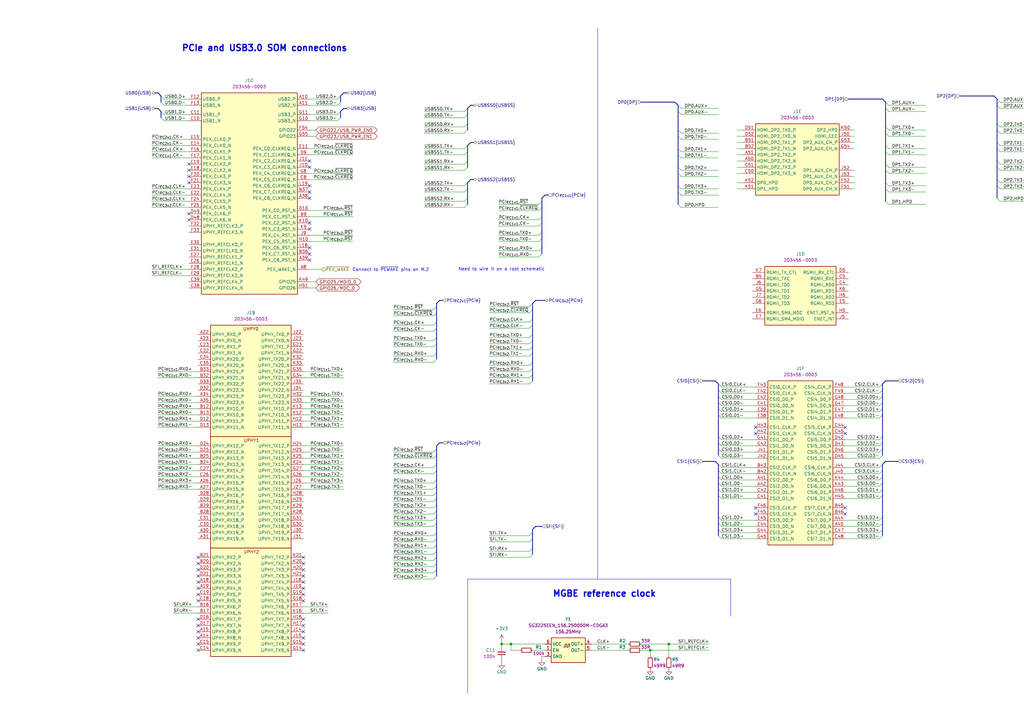
<source format=kicad_sch>
(kicad_sch (version 20250114) (generator "eeschema") (generator_version "9.0")
  (paper "A3")
  (title_block (title "Jetson AGX Thor Baseboard") (date "2025-08-11") (rev "1.0.0") (company "Antmicro Ltd") (comment 1 "www.antmicro.com"))
  (lib_symbols
    (symbol "antmicroB2BConnectors:Hermaphroditic_Molex_203456-0003_CUSTOM_Jetson_Orin_AGX_H8mm"
      (property "Reference" "J" (at 25.4 5.334 0))
      (property "MPN" "203456-0003" (at 76.454 -3.81 0))
      (symbol "Hermaphroditic_Molex_203456-0003_CUSTOM_Jetson_Orin_AGX_H8mm_1_1"
        (pin power_in line (at 0 0 0) (length 5.08) (name "SYS_VIN_HV") (number "B3"))
        (pin power_in line (at 0 0 0) (length 5.08) (hide yes) (name "SYS_VIN_HV") (number "B63"))
        (pin power_in line (at 0 0 0) (length 5.08) (hide yes) (name "SYS_VIN_HV") (number "C1"))
        (pin power_in line (at 0 0 0) (length 5.08) (hide yes) (name "SYS_VIN_HV") (number "C2"))
        (pin power_in line (at 0 0 0) (length 5.08) (hide yes) (name "SYS_VIN_HV") (number "C63"))
        (pin power_in line (at 0 0 0) (length 5.08) (hide yes) (name "SYS_VIN_HV") (number "C64"))
        (pin power_in line (at 0 0 0) (length 5.08) (hide yes) (name "SYS_VIN_HV") (number "C65"))
        (pin power_in line (at 0 0 0) (length 5.08) (hide yes) (name "SYS_VIN_HV") (number "D1"))
        (pin power_in line (at 0 0 0) (length 5.08) (hide yes) (name "SYS_VIN_HV") (number "D2"))
        (pin power_in line (at 0 0 0) (length 5.08) (hide yes) (name "SYS_VIN_HV") (number "D3"))
        (pin power_in line (at 0 0 0) (length 5.08) (hide yes) (name "SYS_VIN_HV") (number "D64"))
        (pin power_in line (at 0 0 0) (length 5.08) (hide yes) (name "SYS_VIN_HV") (number "D65"))
        (pin power_in line (at 0 0 0) (length 5.08) (hide yes) (name "SYS_VIN_HV") (number "E1"))
        (pin power_in line (at 0 0 0) (length 5.08) (hide yes) (name "SYS_VIN_HV") (number "E2"))
        (pin power_in line (at 0 0 0) (length 5.08) (hide yes) (name "SYS_VIN_HV") (number "E63"))
        (pin power_in line (at 0 0 0) (length 5.08) (hide yes) (name "SYS_VIN_HV") (number "E64"))
        (pin power_in line (at 0 0 0) (length 5.08) (hide yes) (name "SYS_VIN_HV") (number "E65"))
        (pin power_in line (at 0 0 0) (length 5.08) (hide yes) (name "SYS_VIN_HV") (number "F1"))
        (pin power_in line (at 0 0 0) (length 5.08) (hide yes) (name "SYS_VIN_HV") (number "F2"))
        (pin power_in line (at 0 0 0) (length 5.08) (hide yes) (name "SYS_VIN_HV") (number "F3"))
        (pin power_in line (at 0 0 0) (length 5.08) (hide yes) (name "SYS_VIN_HV") (number "F63"))
        (pin power_in line (at 0 0 0) (length 5.08) (hide yes) (name "SYS_VIN_HV") (number "F64"))
        (pin power_in line (at 0 0 0) (length 5.08) (hide yes) (name "SYS_VIN_HV") (number "F65"))
        (pin power_in line (at 0 0 0) (length 5.08) (hide yes) (name "SYS_VIN_HV") (number "G1"))
        (pin power_in line (at 0 0 0) (length 5.08) (hide yes) (name "SYS_VIN_HV") (number "G2"))
        (pin power_in line (at 0 0 0) (length 5.08) (hide yes) (name "SYS_VIN_HV") (number "G63"))
        (pin power_in line (at 0 0 0) (length 5.08) (hide yes) (name "SYS_VIN_HV") (number "G64"))
        (pin power_in line (at 0 0 0) (length 5.08) (hide yes) (name "SYS_VIN_HV") (number "G65"))
        (pin power_in line (at 0 0 0) (length 5.08) (hide yes) (name "SYS_VIN_HV") (number "H1"))
        (pin power_in line (at 0 0 0) (length 5.08) (hide yes) (name "SYS_VIN_HV") (number "H2"))
        (pin power_in line (at 0 0 0) (length 5.08) (hide yes) (name "SYS_VIN_HV") (number "H3"))
        (pin power_in line (at 0 0 0) (length 5.08) (hide yes) (name "SYS_VIN_HV") (number "H64"))
        (pin power_in line (at 0 0 0) (length 5.08) (hide yes) (name "SYS_VIN_HV") (number "H65"))
        (pin power_in line (at 0 0 0) (length 5.08) (hide yes) (name "SYS_VIN_HV") (number "J1"))
        (pin power_in line (at 0 0 0) (length 5.08) (hide yes) (name "SYS_VIN_HV") (number "J2"))
        (pin power_in line (at 0 0 0) (length 5.08) (hide yes) (name "SYS_VIN_HV") (number "J63"))
        (pin power_in line (at 0 0 0) (length 5.08) (hide yes) (name "SYS_VIN_HV") (number "J64"))
        (pin power_in line (at 0 0 0) (length 5.08) (hide yes) (name "SYS_VIN_HV") (number "J65"))
        (pin power_in line (at 0 0 0) (length 5.08) (hide yes) (name "SYS_VIN_HV") (number "K3"))
        (pin power_in line (at 0 -2.54 0) (length 5.08) (name "SYS_VIN_MV") (number "L22"))
        (pin power_in line (at 0 -2.54 0) (length 5.08) (hide yes) (name "SYS_VIN_MV") (number "L23"))
        (pin power_in line (at 0 -2.54 0) (length 5.08) (hide yes) (name "SYS_VIN_MV") (number "L26"))
        (pin power_in line (at 0 -2.54 0) (length 5.08) (hide yes) (name "SYS_VIN_MV") (number "L27"))
        (pin power_in line (at 0 -2.54 0) (length 5.08) (hide yes) (name "SYS_VIN_MV") (number "L30"))
        (pin power_in line (at 0 -2.54 0) (length 5.08) (hide yes) (name "SYS_VIN_MV") (number "L31"))
        (pin power_in line (at 0 -2.54 0) (length 5.08) (hide yes) (name "SYS_VIN_MV") (number "L34"))
        (pin power_in line (at 0 -2.54 0) (length 5.08) (hide yes) (name "SYS_VIN_MV") (number "L35"))
        (pin power_in line (at 0 -2.54 0) (length 5.08) (hide yes) (name "SYS_VIN_MV") (number "L38"))
        (pin power_in line (at 0 -2.54 0) (length 5.08) (hide yes) (name "SYS_VIN_MV") (number "L39"))
        (pin passive line (at 0 -6.35 0) (length 5.08) (name "RSVD_FOR_JAO/3V3_FOR_JAOI") (number "L53"))
        (pin power_in line (at 0 -10.16 0) (length 5.08) (name "PMIC_BBATT") (number "D37"))
        (pin bidirectional line (at 0 -13.97 0) (length 5.08) (name "SYS_RESET_N") (number "L60"))
        (pin bidirectional line (at 0 -16.51 0) (length 5.08) (name "VDDIN_PWR_BAD_N") (number "L55"))
        (pin passive line (at 0 -20.32 0) (length 5.08) (name "PRSNT0/GND_LOOP_0") (number "A3"))
        (pin passive line (at 0 -22.86 0) (length 5.08) (name "PRSNT1/GND_LOOP_1") (number "L63"))
        (pin passive line (at 0 -25.4 0) (length 5.08) (name "MID0") (number "K40"))
        (pin passive line (at 0 -27.94 0) (length 5.08) (name "MID1") (number "H40"))
        (pin passive line (at 0 -31.75 0) (length 5.08) (name "RSVD/0R_TO_GND") (number "J62"))
        (pin power_in line (at 0 -36.83 0) (length 5.08) (hide yes) (name "GND") (number "A12"))
        (pin power_in line (at 0 -36.83 0) (length 5.08) (hide yes) (name "GND") (number "A13"))
        (pin power_in line (at 0 -36.83 0) (length 5.08) (hide yes) (name "GND") (number "A16"))
        (pin power_in line (at 0 -36.83 0) (length 5.08) (hide yes) (name "GND") (number "A17"))
        (pin power_in line (at 0 -36.83 0) (length 5.08) (hide yes) (name "GND") (number "A20"))
        (pin power_in line (at 0 -36.83 0) (length 5.08) (hide yes) (name "GND") (number "A21"))
        (pin power_in line (at 0 -36.83 0) (length 5.08) (hide yes) (name "GND") (number "A24"))
        (pin power_in line (at 0 -36.83 0) (length 5.08) (hide yes) (name "GND") (number "A25"))
        (pin power_in line (at 0 -36.83 0) (length 5.08) (hide yes) (name "GND") (number "A28"))
        (pin power_in line (at 0 -36.83 0) (length 5.08) (hide yes) (name "GND") (number "A29"))
        (pin power_in line (at 0 -36.83 0) (length 5.08) (hide yes) (name "GND") (number "A32"))
        (pin power_in line (at 0 -36.83 0) (length 5.08) (hide yes) (name "GND") (number "A33"))
        (pin power_in line (at 0 -36.83 0) (length 5.08) (hide yes) (name "GND") (number "A36"))
        (pin power_in line (at 0 -36.83 0) (length 5.08) (hide yes) (name "GND") (number "A37"))
        (pin power_in line (at 0 -36.83 0) (length 5.08) (hide yes) (name "GND") (number "A40"))
        (pin power_in line (at 0 -36.83 0) (length 5.08) (hide yes) (name "GND") (number "A43"))
        (pin power_in line (at 0 -36.83 0) (length 5.08) (hide yes) (name "GND") (number "A46"))
        (pin power_in line (at 0 -36.83 0) (length 5.08) (hide yes) (name "GND") (number "A49"))
        (pin power_in line (at 0 -36.83 0) (length 5.08) (hide yes) (name "GND") (number "A52"))
        (pin power_in line (at 0 -36.83 0) (length 5.08) (hide yes) (name "GND") (number "A63"))
        (pin power_in line (at 0 -36.83 0) (length 5.08) (name "GND") (number "A9"))
        (pin power_in line (at 0 -36.83 0) (length 5.08) (hide yes) (name "GND") (number "B11"))
        (pin power_in line (at 0 -36.83 0) (length 5.08) (hide yes) (name "GND") (number "B14"))
        (pin power_in line (at 0 -36.83 0) (length 5.08) (hide yes) (name "GND") (number "B15"))
        (pin power_in line (at 0 -36.83 0) (length 5.08) (hide yes) (name "GND") (number "B18"))
        (pin power_in line (at 0 -36.83 0) (length 5.08) (hide yes) (name "GND") (number "B19"))
        (pin power_in line (at 0 -36.83 0) (length 5.08) (hide yes) (name "GND") (number "B22"))
        (pin power_in line (at 0 -36.83 0) (length 5.08) (hide yes) (name "GND") (number "B23"))
        (pin power_in line (at 0 -36.83 0) (length 5.08) (hide yes) (name "GND") (number "B26"))
        (pin power_in line (at 0 -36.83 0) (length 5.08) (hide yes) (name "GND") (number "B27"))
        (pin power_in line (at 0 -36.83 0) (length 5.08) (hide yes) (name "GND") (number "B30"))
        (pin power_in line (at 0 -36.83 0) (length 5.08) (hide yes) (name "GND") (number "B31"))
        (pin power_in line (at 0 -36.83 0) (length 5.08) (hide yes) (name "GND") (number "B34"))
        (pin power_in line (at 0 -36.83 0) (length 5.08) (hide yes) (name "GND") (number "B35"))
        (pin power_in line (at 0 -36.83 0) (length 5.08) (hide yes) (name "GND") (number "B38"))
        (pin power_in line (at 0 -36.83 0) (length 5.08) (hide yes) (name "GND") (number "B39"))
        (pin power_in line (at 0 -36.83 0) (length 5.08) (hide yes) (name "GND") (number "B4"))
        (pin power_in line (at 0 -36.83 0) (length 5.08) (hide yes) (name "GND") (number "B41"))
        (pin power_in line (at 0 -36.83 0) (length 5.08) (hide yes) (name "GND") (number "B44"))
        (pin power_in line (at 0 -36.83 0) (length 5.08) (hide yes) (name "GND") (number "B47"))
        (pin power_in line (at 0 -36.83 0) (length 5.08) (hide yes) (name "GND") (number "B50"))
        (pin power_in line (at 0 -36.83 0) (length 5.08) (hide yes) (name "GND") (number "B53"))
        (pin power_in line (at 0 -36.83 0) (length 5.08) (hide yes) (name "GND") (number "B57"))
        (pin power_in line (at 0 -36.83 0) (length 5.08) (hide yes) (name "GND") (number "B7"))
        (pin power_in line (at 0 -36.83 0) (length 5.08) (hide yes) (name "GND") (number "C12"))
        (pin power_in line (at 0 -36.83 0) (length 5.08) (hide yes) (name "GND") (number "C13"))
        (pin power_in line (at 0 -36.83 0) (length 5.08) (hide yes) (name "GND") (number "C16"))
        (pin power_in line (at 0 -36.83 0) (length 5.08) (hide yes) (name "GND") (number "C17"))
        (pin power_in line (at 0 -36.83 0) (length 5.08) (hide yes) (name "GND") (number "C20"))
        (pin power_in line (at 0 -36.83 0) (length 5.08) (hide yes) (name "GND") (number "C21"))
        (pin power_in line (at 0 -36.83 0) (length 5.08) (hide yes) (name "GND") (number "C24"))
        (pin power_in line (at 0 -36.83 0) (length 5.08) (hide yes) (name "GND") (number "C25"))
        (pin power_in line (at 0 -36.83 0) (length 5.08) (hide yes) (name "GND") (number "C28"))
        (pin power_in line (at 0 -36.83 0) (length 5.08) (hide yes) (name "GND") (number "C29"))
        (pin power_in line (at 0 -36.83 0) (length 5.08) (hide yes) (name "GND") (number "C3"))
        (pin power_in line (at 0 -36.83 0) (length 5.08) (hide yes) (name "GND") (number "C32"))
        (pin power_in line (at 0 -36.83 0) (length 5.08) (hide yes) (name "GND") (number "C33"))
        (pin power_in line (at 0 -36.83 0) (length 5.08) (hide yes) (name "GND") (number "C36"))
        (pin power_in line (at 0 -36.83 0) (length 5.08) (hide yes) (name "GND") (number "C37"))
        (pin power_in line (at 0 -36.83 0) (length 5.08) (hide yes) (name "GND") (number "C40"))
        (pin power_in line (at 0 -36.83 0) (length 5.08) (hide yes) (name "GND") (number "C43"))
        (pin power_in line (at 0 -36.83 0) (length 5.08) (hide yes) (name "GND") (number "C46"))
        (pin power_in line (at 0 -36.83 0) (length 5.08) (hide yes) (name "GND") (number "C49"))
        (pin power_in line (at 0 -36.83 0) (length 5.08) (hide yes) (name "GND") (number "C52"))
        (pin power_in line (at 0 -36.83 0) (length 5.08) (hide yes) (name "GND") (number "C62"))
        (pin power_in line (at 0 -36.83 0) (length 5.08) (hide yes) (name "GND") (number "C9"))
        (pin power_in line (at 0 -36.83 0) (length 5.08) (hide yes) (name "GND") (number "D11"))
        (pin power_in line (at 0 -36.83 0) (length 5.08) (hide yes) (name "GND") (number "D14"))
        (pin power_in line (at 0 -36.83 0) (length 5.08) (hide yes) (name "GND") (number "D15"))
        (pin power_in line (at 0 -36.83 0) (length 5.08) (hide yes) (name "GND") (number "D18"))
        (pin power_in line (at 0 -36.83 0) (length 5.08) (hide yes) (name "GND") (number "D19"))
        (pin power_in line (at 0 -36.83 0) (length 5.08) (hide yes) (name "GND") (number "D22"))
        (pin power_in line (at 0 -36.83 0) (length 5.08) (hide yes) (name "GND") (number "D23"))
        (pin power_in line (at 0 -36.83 0) (length 5.08) (hide yes) (name "GND") (number "D26"))
        (pin power_in line (at 0 -36.83 0) (length 5.08) (hide yes) (name "GND") (number "D27"))
        (pin power_in line (at 0 -36.83 0) (length 5.08) (hide yes) (name "GND") (number "D30"))
        (pin power_in line (at 0 -36.83 0) (length 5.08) (hide yes) (name "GND") (number "D31"))
        (pin power_in line (at 0 -36.83 0) (length 5.08) (hide yes) (name "GND") (number "D34"))
        (pin power_in line (at 0 -36.83 0) (length 5.08) (hide yes) (name "GND") (number "D35"))
        (pin power_in line (at 0 -36.83 0) (length 5.08) (hide yes) (name "GND") (number "D38"))
        (pin power_in line (at 0 -36.83 0) (length 5.08) (hide yes) (name "GND") (number "D39"))
        (pin power_in line (at 0 -36.83 0) (length 5.08) (hide yes) (name "GND") (number "D4"))
        (pin power_in line (at 0 -36.83 0) (length 5.08) (hide yes) (name "GND") (number "D41"))
        (pin power_in line (at 0 -36.83 0) (length 5.08) (hide yes) (name "GND") (number "D44"))
        (pin power_in line (at 0 -36.83 0) (length 5.08) (hide yes) (name "GND") (number "D47"))
        (pin power_in line (at 0 -36.83 0) (length 5.08) (hide yes) (name "GND") (number "D50"))
        (pin power_in line (at 0 -36.83 0) (length 5.08) (hide yes) (name "GND") (number "D53"))
        (pin power_in line (at 0 -36.83 0) (length 5.08) (hide yes) (name "GND") (number "D57"))
        (pin power_in line (at 0 -36.83 0) (length 5.08) (hide yes) (name "GND") (number "D63"))
        (pin power_in line (at 0 -36.83 0) (length 5.08) (hide yes) (name "GND") (number "D7"))
        (pin power_in line (at 0 -36.83 0) (length 5.08) (hide yes) (name "GND") (number "E12"))
        (pin power_in line (at 0 -36.83 0) (length 5.08) (hide yes) (name "GND") (number "E13"))
        (pin power_in line (at 0 -36.83 0) (length 5.08) (hide yes) (name "GND") (number "E16"))
        (pin power_in line (at 0 -36.83 0) (length 5.08) (hide yes) (name "GND") (number "E17"))
        (pin power_in line (at 0 -36.83 0) (length 5.08) (hide yes) (name "GND") (number "E20"))
        (pin power_in line (at 0 -36.83 0) (length 5.08) (hide yes) (name "GND") (number "E21"))
        (pin power_in line (at 0 -36.83 0) (length 5.08) (hide yes) (name "GND") (number "E24"))
        (pin power_in line (at 0 -36.83 0) (length 5.08) (hide yes) (name "GND") (number "E25"))
        (pin power_in line (at 0 -36.83 0) (length 5.08) (hide yes) (name "GND") (number "E28"))
        (pin power_in line (at 0 -36.83 0) (length 5.08) (hide yes) (name "GND") (number "E29"))
        (pin power_in line (at 0 -36.83 0) (length 5.08) (hide yes) (name "GND") (number "E3"))
        (pin power_in line (at 0 -36.83 0) (length 5.08) (hide yes) (name "GND") (number "E32"))
        (pin power_in line (at 0 -36.83 0) (length 5.08) (hide yes) (name "GND") (number "E33"))
        (pin power_in line (at 0 -36.83 0) (length 5.08) (hide yes) (name "GND") (number "E36"))
        (pin power_in line (at 0 -36.83 0) (length 5.08) (hide yes) (name "GND") (number "E37"))
        (pin power_in line (at 0 -36.83 0) (length 5.08) (hide yes) (name "GND") (number "E40"))
        (pin power_in line (at 0 -36.83 0) (length 5.08) (hide yes) (name "GND") (number "E43"))
        (pin power_in line (at 0 -36.83 0) (length 5.08) (hide yes) (name "GND") (number "E46"))
        (pin power_in line (at 0 -36.83 0) (length 5.08) (hide yes) (name "GND") (number "E49"))
        (pin power_in line (at 0 -36.83 0) (length 5.08) (hide yes) (name "GND") (number "E52"))
        (pin power_in line (at 0 -36.83 0) (length 5.08) (hide yes) (name "GND") (number "E57"))
        (pin power_in line (at 0 -36.83 0) (length 5.08) (hide yes) (name "GND") (number "E62"))
        (pin power_in line (at 0 -36.83 0) (length 5.08) (hide yes) (name "GND") (number "E9"))
        (pin power_in line (at 0 -36.83 0) (length 5.08) (hide yes) (name "GND") (number "F11"))
        (pin power_in line (at 0 -36.83 0) (length 5.08) (hide yes) (name "GND") (number "F14"))
        (pin power_in line (at 0 -36.83 0) (length 5.08) (hide yes) (name "GND") (number "F15"))
        (pin power_in line (at 0 -36.83 0) (length 5.08) (hide yes) (name "GND") (number "F18"))
        (pin power_in line (at 0 -36.83 0) (length 5.08) (hide yes) (name "GND") (number "F19"))
        (pin power_in line (at 0 -36.83 0) (length 5.08) (hide yes) (name "GND") (number "F22"))
        (pin power_in line (at 0 -36.83 0) (length 5.08) (hide yes) (name "GND") (number "F23"))
        (pin power_in line (at 0 -36.83 0) (length 5.08) (hide yes) (name "GND") (number "F26"))
        (pin power_in line (at 0 -36.83 0) (length 5.08) (hide yes) (name "GND") (number "F27"))
        (pin power_in line (at 0 -36.83 0) (length 5.08) (hide yes) (name "GND") (number "F30"))
        (pin power_in line (at 0 -36.83 0) (length 5.08) (hide yes) (name "GND") (number "F31"))
        (pin power_in line (at 0 -36.83 0) (length 5.08) (hide yes) (name "GND") (number "F34"))
        (pin power_in line (at 0 -36.83 0) (length 5.08) (hide yes) (name "GND") (number "F35"))
        (pin power_in line (at 0 -36.83 0) (length 5.08) (hide yes) (name "GND") (number "F38"))
        (pin power_in line (at 0 -36.83 0) (length 5.08) (hide yes) (name "GND") (number "F39"))
        (pin power_in line (at 0 -36.83 0) (length 5.08) (hide yes) (name "GND") (number "F4"))
        (pin power_in line (at 0 -36.83 0) (length 5.08) (hide yes) (name "GND") (number "F41"))
        (pin power_in line (at 0 -36.83 0) (length 5.08) (hide yes) (name "GND") (number "F44"))
        (pin power_in line (at 0 -36.83 0) (length 5.08) (hide yes) (name "GND") (number "F47"))
        (pin power_in line (at 0 -36.83 0) (length 5.08) (hide yes) (name "GND") (number "F50"))
        (pin power_in line (at 0 -36.83 0) (length 5.08) (hide yes) (name "GND") (number "F57"))
        (pin power_in line (at 0 -36.83 0) (length 5.08) (hide yes) (name "GND") (number "F62"))
        (pin power_in line (at 0 -36.83 0) (length 5.08) (hide yes) (name "GND") (number "F7"))
        (pin power_in line (at 0 -36.83 0) (length 5.08) (hide yes) (name "GND") (number "G12"))
        (pin power_in line (at 0 -36.83 0) (length 5.08) (hide yes) (name "GND") (number "G13"))
        (pin power_in line (at 0 -36.83 0) (length 5.08) (hide yes) (name "GND") (number "G16"))
        (pin power_in line (at 0 -36.83 0) (length 5.08) (hide yes) (name "GND") (number "G17"))
        (pin power_in line (at 0 -36.83 0) (length 5.08) (hide yes) (name "GND") (number "G20"))
        (pin power_in line (at 0 -36.83 0) (length 5.08) (hide yes) (name "GND") (number "G21"))
        (pin power_in line (at 0 -36.83 0) (length 5.08) (hide yes) (name "GND") (number "G24"))
        (pin power_in line (at 0 -36.83 0) (length 5.08) (hide yes) (name "GND") (number "G25"))
        (pin power_in line (at 0 -36.83 0) (length 5.08) (hide yes) (name "GND") (number "G28"))
        (pin power_in line (at 0 -36.83 0) (length 5.08) (hide yes) (name "GND") (number "G29"))
        (pin power_in line (at 0 -36.83 0) (length 5.08) (hide yes) (name "GND") (number "G3"))
        (pin power_in line (at 0 -36.83 0) (length 5.08) (hide yes) (name "GND") (number "G32"))
        (pin power_in line (at 0 -36.83 0) (length 5.08) (hide yes) (name "GND") (number "G33"))
        (pin power_in line (at 0 -36.83 0) (length 5.08) (hide yes) (name "GND") (number "G36"))
        (pin power_in line (at 0 -36.83 0) (length 5.08) (hide yes) (name "GND") (number "G37"))
        (pin power_in line (at 0 -36.83 0) (length 5.08) (hide yes) (name "GND") (number "G40"))
        (pin power_in line (at 0 -36.83 0) (length 5.08) (hide yes) (name "GND") (number "G43"))
        (pin power_in line (at 0 -36.83 0) (length 5.08) (hide yes) (name "GND") (number "G46"))
        (pin power_in line (at 0 -36.83 0) (length 5.08) (hide yes) (name "GND") (number "G49"))
        (pin power_in line (at 0 -36.83 0) (length 5.08) (hide yes) (name "GND") (number "G52"))
        (pin power_in line (at 0 -36.83 0) (length 5.08) (hide yes) (name "GND") (number "G57"))
        (pin power_in line (at 0 -36.83 0) (length 5.08) (hide yes) (name "GND") (number "G62"))
        (pin power_in line (at 0 -36.83 0) (length 5.08) (hide yes) (name "GND") (number "G9"))
        (pin power_in line (at 0 -36.83 0) (length 5.08) (hide yes) (name "GND") (number "H11"))
        (pin power_in line (at 0 -36.83 0) (length 5.08) (hide yes) (name "GND") (number "H14"))
        (pin power_in line (at 0 -36.83 0) (length 5.08) (hide yes) (name "GND") (number "H15"))
        (pin power_in line (at 0 -36.83 0) (length 5.08) (hide yes) (name "GND") (number "H18"))
        (pin power_in line (at 0 -36.83 0) (length 5.08) (hide yes) (name "GND") (number "H19"))
        (pin power_in line (at 0 -36.83 0) (length 5.08) (hide yes) (name "GND") (number "H22"))
        (pin power_in line (at 0 -36.83 0) (length 5.08) (hide yes) (name "GND") (number "H23"))
        (pin power_in line (at 0 -36.83 0) (length 5.08) (hide yes) (name "GND") (number "H26"))
        (pin power_in line (at 0 -36.83 0) (length 5.08) (hide yes) (name "GND") (number "H27"))
        (pin power_in line (at 0 -36.83 0) (length 5.08) (hide yes) (name "GND") (number "H30"))
        (pin power_in line (at 0 -36.83 0) (length 5.08) (hide yes) (name "GND") (number "H31"))
        (pin power_in line (at 0 -36.83 0) (length 5.08) (hide yes) (name "GND") (number "H34"))
        (pin power_in line (at 0 -36.83 0) (length 5.08) (hide yes) (name "GND") (number "H35"))
        (pin power_in line (at 0 -36.83 0) (length 5.08) (hide yes) (name "GND") (number "H38"))
        (pin power_in line (at 0 -36.83 0) (length 5.08) (hide yes) (name "GND") (number "H39"))
        (pin power_in line (at 0 -36.83 0) (length 5.08) (hide yes) (name "GND") (number "H4"))
        (pin power_in line (at 0 -36.83 0) (length 5.08) (hide yes) (name "GND") (number "H41"))
        (pin power_in line (at 0 -36.83 0) (length 5.08) (hide yes) (name "GND") (number "H44"))
        (pin power_in line (at 0 -36.83 0) (length 5.08) (hide yes) (name "GND") (number "H47"))
        (pin power_in line (at 0 -36.83 0) (length 5.08) (hide yes) (name "GND") (number "H50"))
        (pin power_in line (at 0 -36.83 0) (length 5.08) (hide yes) (name "GND") (number "H56"))
        (pin power_in line (at 0 -36.83 0) (length 5.08) (hide yes) (name "GND") (number "H63"))
        (pin power_in line (at 0 -36.83 0) (length 5.08) (hide yes) (name "GND") (number "H7"))
        (pin power_in line (at 0 -36.83 0) (length 5.08) (hide yes) (name "GND") (number "J12"))
        (pin power_in line (at 0 -36.83 0) (length 5.08) (hide yes) (name "GND") (number "J13"))
        (pin power_in line (at 0 -36.83 0) (length 5.08) (hide yes) (name "GND") (number "J16"))
        (pin power_in line (at 0 -36.83 0) (length 5.08) (hide yes) (name "GND") (number "J17"))
        (pin power_in line (at 0 -36.83 0) (length 5.08) (hide yes) (name "GND") (number "J20"))
        (pin power_in line (at 0 -36.83 0) (length 5.08) (hide yes) (name "GND") (number "J21"))
        (pin power_in line (at 0 -36.83 0) (length 5.08) (hide yes) (name "GND") (number "J24"))
        (pin power_in line (at 0 -36.83 0) (length 5.08) (hide yes) (name "GND") (number "J25"))
        (pin power_in line (at 0 -36.83 0) (length 5.08) (hide yes) (name "GND") (number "J28"))
        (pin power_in line (at 0 -36.83 0) (length 5.08) (hide yes) (name "GND") (number "J29"))
        (pin power_in line (at 0 -36.83 0) (length 5.08) (hide yes) (name "GND") (number "J3"))
        (pin power_in line (at 0 -36.83 0) (length 5.08) (hide yes) (name "GND") (number "J32"))
        (pin power_in line (at 0 -36.83 0) (length 5.08) (hide yes) (name "GND") (number "J33"))
        (pin power_in line (at 0 -36.83 0) (length 5.08) (hide yes) (name "GND") (number "J36"))
        (pin power_in line (at 0 -36.83 0) (length 5.08) (hide yes) (name "GND") (number "J37"))
        (pin power_in line (at 0 -36.83 0) (length 5.08) (hide yes) (name "GND") (number "J40"))
        (pin power_in line (at 0 -36.83 0) (length 5.08) (hide yes) (name "GND") (number "J43"))
        (pin power_in line (at 0 -36.83 0) (length 5.08) (hide yes) (name "GND") (number "J46"))
        (pin power_in line (at 0 -36.83 0) (length 5.08) (hide yes) (name "GND") (number "J49"))
        (pin power_in line (at 0 -36.83 0) (length 5.08) (hide yes) (name "GND") (number "J56"))
        (pin power_in line (at 0 -36.83 0) (length 5.08) (hide yes) (name "GND") (number "J8"))
        (pin power_in line (at 0 -36.83 0) (length 5.08) (hide yes) (name "GND") (number "K11"))
        (pin power_in line (at 0 -36.83 0) (length 5.08) (hide yes) (name "GND") (number "K14"))
        (pin power_in line (at 0 -36.83 0) (length 5.08) (hide yes) (name "GND") (number "K15"))
        (pin power_in line (at 0 -36.83 0) (length 5.08) (hide yes) (name "GND") (number "K18"))
        (pin power_in line (at 0 -36.83 0) (length 5.08) (hide yes) (name "GND") (number "K19"))
        (pin power_in line (at 0 -36.83 0) (length 5.08) (hide yes) (name "GND") (number "K22"))
        (pin power_in line (at 0 -36.83 0) (length 5.08) (hide yes) (name "GND") (number "K23"))
        (pin power_in line (at 0 -36.83 0) (length 5.08) (hide yes) (name "GND") (number "K26"))
        (pin power_in line (at 0 -36.83 0) (length 5.08) (hide yes) (name "GND") (number "K27"))
        (pin power_in line (at 0 -36.83 0) (length 5.08) (hide yes) (name "GND") (number "K30"))
        (pin power_in line (at 0 -36.83 0) (length 5.08) (hide yes) (name "GND") (number "K31"))
        (pin power_in line (at 0 -36.83 0) (length 5.08) (hide yes) (name "GND") (number "K34"))
        (pin power_in line (at 0 -36.83 0) (length 5.08) (hide yes) (name "GND") (number "K35"))
        (pin power_in line (at 0 -36.83 0) (length 5.08) (hide yes) (name "GND") (number "K38"))
        (pin power_in line (at 0 -36.83 0) (length 5.08) (hide yes) (name "GND") (number "K39"))
        (pin power_in line (at 0 -36.83 0) (length 5.08) (hide yes) (name "GND") (number "K4"))
        (pin power_in line (at 0 -36.83 0) (length 5.08) (hide yes) (name "GND") (number "K41"))
        (pin power_in line (at 0 -36.83 0) (length 5.08) (hide yes) (name "GND") (number "K42"))
        (pin power_in line (at 0 -36.83 0) (length 5.08) (hide yes) (name "GND") (number "K45"))
        (pin power_in line (at 0 -36.83 0) (length 5.08) (hide yes) (name "GND") (number "K48"))
        (pin power_in line (at 0 -36.83 0) (length 5.08) (hide yes) (name "GND") (number "K55"))
        (pin power_in line (at 0 -36.83 0) (length 5.08) (hide yes) (name "GND") (number "K63"))
        (pin power_in line (at 0 -36.83 0) (length 5.08) (hide yes) (name "GND") (number "K8"))
        (pin power_in line (at 0 -36.83 0) (length 5.08) (hide yes) (name "GND") (number "L12"))
        (pin power_in line (at 0 -36.83 0) (length 5.08) (hide yes) (name "GND") (number "L13"))
        (pin power_in line (at 0 -36.83 0) (length 5.08) (hide yes) (name "GND") (number "L16"))
        (pin power_in line (at 0 -36.83 0) (length 5.08) (hide yes) (name "GND") (number "L17"))
        (pin power_in line (at 0 -36.83 0) (length 5.08) (hide yes) (name "GND") (number "L20"))
        (pin power_in line (at 0 -36.83 0) (length 5.08) (hide yes) (name "GND") (number "L21"))
        (pin power_in line (at 0 -36.83 0) (length 5.08) (hide yes) (name "GND") (number "L24"))
        (pin power_in line (at 0 -36.83 0) (length 5.08) (hide yes) (name "GND") (number "L25"))
        (pin power_in line (at 0 -36.83 0) (length 5.08) (hide yes) (name "GND") (number "L28"))
        (pin power_in line (at 0 -36.83 0) (length 5.08) (hide yes) (name "GND") (number "L29"))
        (pin power_in line (at 0 -36.83 0) (length 5.08) (hide yes) (name "GND") (number "L3"))
        (pin power_in line (at 0 -36.83 0) (length 5.08) (hide yes) (name "GND") (number "L32"))
        (pin power_in line (at 0 -36.83 0) (length 5.08) (hide yes) (name "GND") (number "L33"))
        (pin power_in line (at 0 -36.83 0) (length 5.08) (hide yes) (name "GND") (number "L36"))
        (pin power_in line (at 0 -36.83 0) (length 5.08) (hide yes) (name "GND") (number "L37"))
        (pin power_in line (at 0 -36.83 0) (length 5.08) (hide yes) (name "GND") (number "L40"))
        (pin power_in line (at 0 -36.83 0) (length 5.08) (hide yes) (name "GND") (number "L43"))
        (pin power_in line (at 0 -36.83 0) (length 5.08) (hide yes) (name "GND") (number "L46"))
        (pin power_in line (at 0 -36.83 0) (length 5.08) (hide yes) (name "GND") (number "L7"))
        (pin no_connect line (at 17.78 3.81 270) (length 5.08) (hide yes) (name "RSVD19") (number "H36"))
        (pin no_connect line (at 17.78 -39.37 90) (length 5.08) (hide yes) (name "RSVD1") (number "B10"))
        (pin no_connect line (at 19.05 3.81 270) (length 5.08) (hide yes) (name "RSVD20") (number "H37"))
        (pin no_connect line (at 19.05 -39.37 90) (length 5.08) (hide yes) (name "RSVD2") (number "B40"))
        (pin no_connect line (at 20.32 3.81 270) (length 5.08) (hide yes) (name "RSVD21") (number "H48"))
        (pin no_connect line (at 20.32 -39.37 90) (length 5.08) (hide yes) (name "RSVD3") (number "B48"))
        (pin no_connect line (at 21.59 3.81 270) (length 5.08) (hide yes) (name "RSVD22") (number "H49"))
        (pin no_connect line (at 21.59 -39.37 90) (length 5.08) (hide yes) (name "RSVD4") (number "B49"))
        (pin no_connect line (at 22.86 3.81 270) (length 5.08) (hide yes) (name "RSVD23") (number "J38"))
        (pin no_connect line (at 22.86 -39.37 90) (length 5.08) (hide yes) (name "RSVD5") (number "D36"))
        (pin no_connect line (at 24.13 3.81 270) (length 5.08) (hide yes) (name "RSVD24") (number "J39"))
        (pin no_connect line (at 24.13 -39.37 90) (length 5.08) (hide yes) (name "RSVD6") (number "D40"))
        (pin no_connect line (at 25.4 3.81 270) (length 5.08) (hide yes) (name "RSVD25") (number "J47"))
        (pin no_connect line (at 25.4 -39.37 90) (length 5.08) (hide yes) (name "RSVD7") (number "E34"))
        (pin no_connect line (at 26.67 3.81 270) (length 5.08) (hide yes) (name "RSVD26") (number "J48"))
        (pin no_connect line (at 26.67 -39.37 90) (length 5.08) (hide yes) (name "RSVD8") (number "E35"))
        (pin no_connect line (at 27.94 3.81 270) (length 5.08) (hide yes) (name "RSVD27") (number "K36"))
        (pin no_connect line (at 27.94 -39.37 90) (length 5.08) (hide yes) (name "RSVD9") (number "E50"))
        (pin no_connect line (at 29.21 3.81 270) (length 5.08) (hide yes) (name "RSVD28") (number "K37"))
        (pin no_connect line (at 29.21 -39.37 90) (length 5.08) (hide yes) (name "RSVD10") (number "E51"))
        (pin no_connect line (at 30.48 3.81 270) (length 5.08) (hide yes) (name "RSVD30") (number "K46"))
        (pin no_connect line (at 30.48 -39.37 90) (length 5.08) (hide yes) (name "RSVD11") (number "F36"))
        (pin no_connect line (at 31.75 3.81 270) (length 5.08) (hide yes) (name "RSVD31") (number "K47"))
        (pin no_connect line (at 31.75 -39.37 90) (length 5.08) (hide yes) (name "RSVD12") (number "F37"))
        (pin no_connect line (at 33.02 3.81 270) (length 5.08) (hide yes) (name "RSVD32") (number "L41"))
        (pin no_connect line (at 33.02 -39.37 90) (length 5.08) (hide yes) (name "RSVD13") (number "F40"))
        (pin no_connect line (at 34.29 3.81 270) (length 5.08) (hide yes) (name "RSVD33") (number "L42"))
        (pin no_connect line (at 34.29 -39.37 90) (length 5.08) (hide yes) (name "RSVD14") (number "G38"))
        (pin no_connect line (at 35.56 3.81 270) (length 5.08) (hide yes) (name "RSVD34") (number "L44"))
        (pin no_connect line (at 35.56 -39.37 90) (length 5.08) (hide yes) (name "RSVD15") (number "G39"))
        (pin no_connect line (at 36.83 3.81 270) (length 5.08) (hide yes) (name "RSVD35") (number "L45"))
        (pin no_connect line (at 36.83 -39.37 90) (length 5.08) (hide yes) (name "RSVD16") (number "G50"))
        (pin no_connect line (at 38.1 3.81 270) (length 5.08) (hide yes) (name "RSVD36") (number "L47"))
        (pin no_connect line (at 38.1 -39.37 90) (length 5.08) (hide yes) (name "RSVD17") (number "G51"))
        (pin no_connect line (at 39.37 3.81 270) (length 5.08) (hide yes) (name "RSVD37") (number "L59"))
        (pin no_connect line (at 39.37 -39.37 90) (length 5.08) (hide yes) (name "RSVD18") (number "G59"))
        (pin input line (at 59.69 0 180) (length 5.08) (name "MODULE_POWER_ON") (number "L54"))
        (pin output line (at 59.69 -2.54 180) (length 5.08) (name "CARRIER_POWER_ON") (number "L62"))
        (pin bidirectional line (at 59.69 -6.35 180) (length 5.08) (name "POWER_BTN_N") (number "L61"))
        (pin input line (at 59.69 -8.89 180) (length 5.08) (name "PERIPHERAL_RESET_N") (number "L58"))
        (pin input line (at 59.69 -11.43 180) (length 5.08) (name "FORCE_RECOVERY_N") (number "L10"))
        (pin input line (at 59.69 -13.97 180) (length 5.08) (name "SLEEP_REQ_N") (number "L11"))
        (pin bidirectional line (at 59.69 -16.51 180) (length 5.08) (name "MODULE_SLEEP_N") (number "J60"))
        (pin bidirectional line (at 59.69 -19.05 180) (length 5.08) (name "WDT_RESET_OUT_N") (number "B54"))
        (pin bidirectional line (at 59.69 -21.59 180) (length 5.08) (name "VCOMP_ALERT_N") (number "F61"))
        (pin output line (at 59.69 -24.13 180) (length 5.08) (name "THERM_ALERT_N") (number "L56"))
        (pin input line (at 59.69 -26.67 180) (length 5.08) (name "SYSTEM_OC_N") (number "A61"))
        (pin output line (at 59.69 -29.21 180) (length 5.08) (name "MODULE_SHDN_N") (number "L52"))
        (pin passive line (at 59.69 -33.02 180) (length 5.08) (name "UFS0_REF_CLK") (number "A6"))
        (pin passive line (at 59.69 -35.56 180) (length 5.08) (name "UFS0_RST_N") (number "C6"))
      )
      (symbol "Hermaphroditic_Molex_203456-0003_CUSTOM_Jetson_Orin_AGX_H8mm_2_1"
        (text "UHPY0" (at 21.59 2.286 0) (effects (font (size 1.27 1.27))))
        (text "UPHY1" (at 21.844 -43.434 0) (effects (font (size 1.27 1.27))))
        (text "UPHY2" (at 21.844 -89.154 0) (effects (font (size 1.27 1.27))))
        (pin input line (at 0 0 0) (length 5.08) (name "UPHY_RX0_P") (number "A22"))
        (pin input line (at 0 -2.54 0) (length 5.08) (name "UPHY_RX0_N") (number "A23"))
        (pin input line (at 0 -5.08 0) (length 5.08) (name "UPHY_RX1_P") (number "C23"))
        (pin input line (at 0 -7.62 0) (length 5.08) (name "UPHY_RX1_N") (number "C22"))
        (pin input line (at 0 -10.16 0) (length 5.08) (name "UPHY_RX20_P") (number "C34"))
        (pin input line (at 0 -12.7 0) (length 5.08) (name "UPHY_RX20_N") (number "C35"))
        (pin input line (at 0 -15.24 0) (length 5.08) (name "UPHY_RX21_P") (number "B33"))
        (pin input line (at 0 -17.78 0) (length 5.08) (name "UPHY_RX21_N") (number "B32"))
        (pin input line (at 0 -20.32 0) (length 5.08) (name "UPHY_RX22_P") (number "D33"))
        (pin input line (at 0 -22.86 0) (length 5.08) (name "UPHY_RX22_N") (number "D32"))
        (pin input line (at 0 -25.4 0) (length 5.08) (name "UPHY_RX23_P") (number "A34"))
        (pin input line (at 0 -27.94 0) (length 5.08) (name "UPHY_RX23_N") (number "A35"))
        (pin input line (at 0 -30.48 0) (length 5.08) (name "UPHY_RX10_P") (number "B12"))
        (pin input line (at 0 -33.02 0) (length 5.08) (name "UPHY_RX10_N") (number "B13"))
        (pin input line (at 0 -35.56 0) (length 5.08) (name "UPHY_RX11_P") (number "D12"))
        (pin input line (at 0 -38.1 0) (length 5.08) (name "UPHY_RX11_N") (number "D13"))
        (pin input line (at 0 -45.72 0) (length 5.08) (name "UPHY_RX12_P") (number "D24"))
        (pin input line (at 0 -48.26 0) (length 5.08) (name "UPHY_RX12_N") (number "D25"))
        (pin input line (at 0 -50.8 0) (length 5.08) (name "UPHY_RX13_P") (number "B25"))
        (pin input line (at 0 -53.34 0) (length 5.08) (name "UPHY_RX13_N") (number "B24"))
        (pin input line (at 0 -55.88 0) (length 5.08) (name "UPHY_RX14_P") (number "C27"))
        (pin input line (at 0 -58.42 0) (length 5.08) (name "UPHY_RX14_N") (number "C26"))
        (pin input line (at 0 -60.96 0) (length 5.08) (name "UPHY_RX15_P") (number "A26"))
        (pin input line (at 0 -63.5 0) (length 5.08) (name "UPHY_RX15_N") (number "A27"))
        (pin input line (at 0 -66.04 0) (length 5.08) (name "UPHY_RX16_P") (number "D28"))
        (pin input line (at 0 -68.58 0) (length 5.08) (name "UPHY_RX16_N") (number "D29"))
        (pin input line (at 0 -71.12 0) (length 5.08) (name "UPHY_RX17_P") (number "B29"))
        (pin input line (at 0 -73.66 0) (length 5.08) (name "UPHY_RX17_N") (number "B28"))
        (pin input line (at 0 -76.2 0) (length 5.08) (name "UPHY_RX18_P") (number "C31"))
        (pin input line (at 0 -78.74 0) (length 5.08) (name "UPHY_RX18_N") (number "C30"))
        (pin input line (at 0 -81.28 0) (length 5.08) (name "UPHY_RX19_P") (number "A30"))
        (pin input line (at 0 -83.82 0) (length 5.08) (name "UPHY_RX19_N") (number "A31"))
        (pin input line (at 0 -91.44 0) (length 5.08) (name "UPHY_RX2_P") (number "B21"))
        (pin input line (at 0 -93.98 0) (length 5.08) (name "UPHY_RX2_N") (number "B20"))
        (pin input line (at 0 -96.52 0) (length 5.08) (name "UPHY_RX3_P") (number "D20"))
        (pin input line (at 0 -99.06 0) (length 5.08) (name "UPHY_RX3_N") (number "D21"))
        (pin input line (at 0 -101.6 0) (length 5.08) (name "UPHY_RX4_P") (number "A18"))
        (pin input line (at 0 -104.14 0) (length 5.08) (name "UPHY_RX4_N") (number "A19"))
        (pin input line (at 0 -106.68 0) (length 5.08) (name "UPHY_RX5_P") (number "C19"))
        (pin input line (at 0 -109.22 0) (length 5.08) (name "UPHY_RX5_N") (number "C18"))
        (pin input line (at 0 -111.76 0) (length 5.08) (name "UPHY_RX6_P") (number "B16"))
        (pin input line (at 0 -114.3 0) (length 5.08) (name "UPHY_RX6_N") (number "B17"))
        (pin input line (at 0 -116.84 0) (length 5.08) (name "UPHY_RX7_P") (number "D16"))
        (pin input line (at 0 -119.38 0) (length 5.08) (name "UPHY_RX7_N") (number "D17"))
        (pin input line (at 0 -121.92 0) (length 5.08) (name "UPHY_RX8_P") (number "A15"))
        (pin input line (at 0 -124.46 0) (length 5.08) (name "UPHY_RX8_N") (number "A14"))
        (pin input line (at 0 -127 0) (length 5.08) (name "UPHY_RX9_P") (number "C15"))
        (pin input line (at 0 -129.54 0) (length 5.08) (name "UPHY_RX9_N") (number "C14"))
        (pin output line (at 43.18 0 180) (length 5.08) (name "UPHY_TX0_P") (number "J22"))
        (pin output line (at 43.18 -2.54 180) (length 5.08) (name "UPHY_TX0_N") (number "J23"))
        (pin output line (at 43.18 -5.08 180) (length 5.08) (name "UPHY_TX1_P") (number "G23"))
        (pin output line (at 43.18 -7.62 180) (length 5.08) (name "UPHY_TX1_N") (number "G22"))
        (pin output line (at 43.18 -10.16 180) (length 5.08) (name "UPHY_TX20_P") (number "K32"))
        (pin output line (at 43.18 -12.7 180) (length 5.08) (name "UPHY_TX20_N") (number "K33"))
        (pin output line (at 43.18 -15.24 180) (length 5.08) (name "UPHY_TX21_P") (number "G35"))
        (pin output line (at 43.18 -17.78 180) (length 5.08) (name "UPHY_TX21_N") (number "G34"))
        (pin output line (at 43.18 -20.32 180) (length 5.08) (name "UPHY_TX22_P") (number "J35"))
        (pin output line (at 43.18 -22.86 180) (length 5.08) (name "UPHY_TX22_N") (number "J34"))
        (pin output line (at 43.18 -25.4 180) (length 5.08) (name "UPHY_TX23_P") (number "H32"))
        (pin output line (at 43.18 -27.94 180) (length 5.08) (name "UPHY_TX23_N") (number "H33"))
        (pin output line (at 43.18 -30.48 180) (length 5.08) (name "UPHY_TX10_P") (number "K13"))
        (pin output line (at 43.18 -33.02 180) (length 5.08) (name "UPHY_TX10_N") (number "K12"))
        (pin output line (at 43.18 -35.56 180) (length 5.08) (name "UPHY_TX11_P") (number "H12"))
        (pin output line (at 43.18 -38.1 180) (length 5.08) (name "UPHY_TX11_N") (number "H13"))
        (pin output line (at 43.18 -45.72 180) (length 5.08) (name "UPHY_TX12_P") (number "H24"))
        (pin output line (at 43.18 -48.26 180) (length 5.08) (name "UPHY_TX12_N") (number "H25"))
        (pin output line (at 43.18 -50.8 180) (length 5.08) (name "UPHY_TX13_P") (number "K25"))
        (pin output line (at 43.18 -53.34 180) (length 5.08) (name "UPHY_TX13_N") (number "K24"))
        (pin output line (at 43.18 -55.88 180) (length 5.08) (name "UPHY_TX14_P") (number "G27"))
        (pin output line (at 43.18 -58.42 180) (length 5.08) (name "UPHY_TX14_N") (number "G26"))
        (pin output line (at 43.18 -60.96 180) (length 5.08) (name "UPHY_TX15_P") (number "J26"))
        (pin output line (at 43.18 -63.5 180) (length 5.08) (name "UPHY_TX15_N") (number "J27"))
        (pin output line (at 43.18 -66.04 180) (length 5.08) (name "UPHY_TX16_P") (number "H28"))
        (pin output line (at 43.18 -68.58 180) (length 5.08) (name "UPHY_TX16_N") (number "H29"))
        (pin output line (at 43.18 -71.12 180) (length 5.08) (name "UPHY_TX17_P") (number "K29"))
        (pin output line (at 43.18 -73.66 180) (length 5.08) (name "UPHY_TX17_N") (number "K28"))
        (pin output line (at 43.18 -76.2 180) (length 5.08) (name "UPHY_TX18_P") (number "G31"))
        (pin output line (at 43.18 -78.74 180) (length 5.08) (name "UPHY_TX18_N") (number "G30"))
        (pin output line (at 43.18 -81.28 180) (length 5.08) (name "UPHY_TX19_P") (number "J30"))
        (pin output line (at 43.18 -83.82 180) (length 5.08) (name "UPHY_TX19_N") (number "J31"))
        (pin output line (at 43.18 -91.44 180) (length 5.08) (name "UPHY_TX2_P") (number "K21"))
        (pin output line (at 43.18 -93.98 180) (length 5.08) (name "UPHY_TX2_N") (number "K20"))
        (pin output line (at 43.18 -96.52 180) (length 5.08) (name "UPHY_TX3_P") (number "H20"))
        (pin output line (at 43.18 -99.06 180) (length 5.08) (name "UPHY_TX3_N") (number "H21"))
        (pin output line (at 43.18 -101.6 180) (length 5.08) (name "UPHY_TX4_P") (number "J18"))
        (pin output line (at 43.18 -104.14 180) (length 5.08) (name "UPHY_TX4_N") (number "J19"))
        (pin output line (at 43.18 -106.68 180) (length 5.08) (name "UPHY_TX5_P") (number "G19"))
        (pin output line (at 43.18 -109.22 180) (length 5.08) (name "UPHY_TX5_N") (number "G18"))
        (pin output line (at 43.18 -111.76 180) (length 5.08) (name "UPHY_TX6_P") (number "K17"))
        (pin output line (at 43.18 -114.3 180) (length 5.08) (name "UPHY_TX6_N") (number "K16"))
        (pin output line (at 43.18 -116.84 180) (length 5.08) (name "UPHY_TX7_P") (number "H16"))
        (pin output line (at 43.18 -119.38 180) (length 5.08) (name "UPHY_TX7_N") (number "H17"))
        (pin output line (at 43.18 -121.92 180) (length 5.08) (name "UPHY_TX8_P") (number "J14"))
        (pin output line (at 43.18 -124.46 180) (length 5.08) (name "UPHY_TX8_N") (number "J15"))
        (pin output line (at 43.18 -127 180) (length 5.08) (name "UPHY_TX9_P") (number "G15"))
        (pin output line (at 43.18 -129.54 180) (length 5.08) (name "UPHY_TX9_N") (number "G14"))
      )
      (symbol "Hermaphroditic_Molex_203456-0003_CUSTOM_Jetson_Orin_AGX_H8mm_3_1"
        (pin bidirectional line (at 0 0 0) (length 5.08) (name "USB0_P") (number "F12"))
        (pin bidirectional line (at 0 -2.54 0) (length 5.08) (name "USB0_N") (number "F13"))
        (pin bidirectional line (at 0 -6.35 0) (length 5.08) (name "USB1_P") (number "C11"))
        (pin bidirectional line (at 0 -8.89 0) (length 5.08) (name "USB1_N") (number "C10"))
        (pin output line (at 0 -16.51 0) (length 5.08) (name "PEX_CLK0_P") (number "E15"))
        (pin output line (at 0 -19.05 0) (length 5.08) (name "PEX_CLK0_N") (number "E14"))
        (pin output line (at 0 -21.59 0) (length 5.08) (name "PEX_CLK1_P") (number "F16"))
        (pin output line (at 0 -24.13 0) (length 5.08) (name "PEX_CLK1_N") (number "F17"))
        (pin output line (at 0 -26.67 0) (length 5.08) (name "PEX_CLK2_P") (number "E19"))
        (pin output line (at 0 -29.21 0) (length 5.08) (name "PEX_CLK2_N") (number "E18"))
        (pin output line (at 0 -31.75 0) (length 5.08) (name "PEX_CLK3_P") (number "F20"))
        (pin output line (at 0 -34.29 0) (length 5.08) (name "PEX_CLK3_N") (number "F21"))
        (pin output line (at 0 -36.83 0) (length 5.08) (name "PEX_CLK4_P") (number "E23"))
        (pin output line (at 0 -39.37 0) (length 5.08) (name "PEX_CLK4_N") (number "E22"))
        (pin output line (at 0 -41.91 0) (length 5.08) (name "PEX_CLK5_P") (number "F24"))
        (pin output line (at 0 -44.45 0) (length 5.08) (name "PEX_CLK5_N") (number "F25"))
        (pin output line (at 0 -46.99 0) (length 5.08) (name "PEX_CLK6_P") (number "D49"))
        (pin output line (at 0 -49.53 0) (length 5.08) (name "PEX_CLK6_N") (number "D48"))
        (pin output line (at 0 -52.07 0) (length 5.08) (name "UPHY_REFCLK3_P") (number "F32"))
        (pin output line (at 0 -54.61 0) (length 5.08) (name "UPHY_REFCLK3_N") (number "F33"))
        (pin input line (at 0 -59.69 0) (length 5.08) (name "UPHY_REFCLK0_P") (number "E30"))
        (pin input line (at 0 -62.23 0) (length 5.08) (name "UPHY_REFCLK0_N") (number "E31"))
        (pin input line (at 0 -64.77 0) (length 5.08) (name "UPHY_REFCLK1_P") (number "E27"))
        (pin input line (at 0 -67.31 0) (length 5.08) (name "UPHY_REFCLK1_N") (number "E26"))
        (pin input line (at 0 -69.85 0) (length 5.08) (name "UPHY_REFCLK2_P") (number "F28"))
        (pin input line (at 0 -72.39 0) (length 5.08) (name "UPHY_REFCLK2_N") (number "F29"))
        (pin input line (at 0 -74.93 0) (length 5.08) (name "UPHY_REFCLK4_P") (number "C39"))
        (pin input line (at 0 -77.47 0) (length 5.08) (name "UPHY_REFCLK4_N") (number "C38"))
        (pin bidirectional line (at 49.53 0 180) (length 5.08) (name "USB2_P") (number "A10"))
        (pin bidirectional line (at 49.53 -2.54 180) (length 5.08) (name "USB2_N") (number "A11"))
        (pin bidirectional line (at 49.53 -6.35 180) (length 5.08) (name "USB3_P") (number "G11"))
        (pin bidirectional line (at 49.53 -8.89 180) (length 5.08) (name "USB3_N") (number "G10"))
        (pin bidirectional line (at 49.53 -12.7 180) (length 5.08) (name "GPIO22") (number "F54"))
        (pin bidirectional line (at 49.53 -15.24 180) (length 5.08) (name "GPIO23") (number "G55"))
        (pin bidirectional line (at 49.53 -20.32 180) (length 5.08) (name "PEX_C0_CLKREQ_N") (number "E11"))
        (pin bidirectional line (at 49.53 -22.86 180) (length 5.08) (name "PEX_C1_CLKREQ_N") (number "D9"))
        (pin bidirectional line (at 49.53 -25.4 180) (length 5.08) (name "PEX_C2_CLKREQ_N") (number "J11"))
        (pin bidirectional line (at 49.53 -27.94 180) (length 5.08) (name "PEX_C3_CLKREQ_N") (number "J10"))
        (pin bidirectional line (at 49.53 -30.48 180) (length 5.08) (name "PEX_C4_CLKREQ_N") (number "G8"))
        (pin bidirectional line (at 49.53 -33.02 180) (length 5.08) (name "PEX_C5_CLKREQ_N") (number "C8"))
        (pin bidirectional line (at 49.53 -35.56 180) (length 5.08) (name "PEX_C6_CLKREQ_N") (number "L19"))
        (pin bidirectional line (at 49.53 -38.1 180) (length 5.08) (name "PEX_C7_CLKREQ_N") (number "B37"))
        (pin bidirectional line (at 49.53 -40.64 180) (length 5.08) (name "PEX_C8_CLKREQ_N") (number "A38"))
        (pin output line (at 49.53 -45.72 180) (length 5.08) (name "PEX_C0_RST_N") (number "D10"))
        (pin output line (at 49.53 -48.26 180) (length 5.08) (name "PEX_C1_RST_N") (number "B9"))
        (pin output line (at 49.53 -50.8 180) (length 5.08) (name "PEX_C2_RST_N") (number "K10"))
        (pin output line (at 49.53 -53.34 180) (length 5.08) (name "PEX_C3_RST_N") (number "K9"))
        (pin output line (at 49.53 -55.88 180) (length 5.08) (name "PEX_C4_RST_N") (number "J9"))
        (pin output line (at 49.53 -58.42 180) (length 5.08) (name "PEX_C5_RST_N") (number "H10"))
        (pin output line (at 49.53 -60.96 180) (length 5.08) (name "PEX_C6_RST_N") (number "L18"))
        (pin output line (at 49.53 -63.5 180) (length 5.08) (name "PEX_C7_RST_N") (number "B36"))
        (pin output line (at 49.53 -66.04 180) (length 5.08) (name "PEX_C8_RST_N") (number "A39"))
        (pin input line (at 49.53 -69.85 180) (length 5.08) (name "PEX_WAKE_N") (number "A8"))
        (pin bidirectional line (at 49.53 -74.93 180) (length 5.08) (name "GPIO25") (number "K49"))
        (pin bidirectional line (at 49.53 -77.47 180) (length 5.08) (name "GPIO26") (number "H51"))
      )
      (symbol "Hermaphroditic_Molex_203456-0003_CUSTOM_Jetson_Orin_AGX_H8mm_4_1"
        (pin output line (at 0 0 0) (length 5.08) (name "RGMII_TX_CTL") (number "K7"))
        (pin output line (at 0 -2.54 0) (length 5.08) (name "RGMII_TXC") (number "B5"))
        (pin output line (at 0 -5.08 0) (length 5.08) (name "RGMII_TD0") (number "J6"))
        (pin output line (at 0 -7.62 0) (length 5.08) (name "RGMII_TD1") (number "G5"))
        (pin output line (at 0 -10.16 0) (length 5.08) (name "RGMII_TD2") (number "J7"))
        (pin output line (at 0 -12.7 0) (length 5.08) (name "RGMII_TD3") (number "G6"))
        (pin output line (at 0 -16.51 0) (length 5.08) (name "RGMII_SMA_MDC") (number "E6"))
        (pin bidirectional line (at 0 -19.05 0) (length 5.08) (name "RGMII_SMA_MDIO") (number "E7"))
        (pin input line (at 39.37 0 180) (length 5.08) (name "RGMII_RX_CTL") (number "D5"))
        (pin input line (at 39.37 -2.54 180) (length 5.08) (name "RGMII_RXC") (number "C5"))
        (pin input line (at 39.37 -5.08 180) (length 5.08) (name "RGMII_RD0") (number "C4"))
        (pin input line (at 39.37 -7.62 180) (length 5.08) (name "RGMII_RD1") (number "K6"))
        (pin input line (at 39.37 -10.16 180) (length 5.08) (name "RGMII_RD2") (number "H6"))
        (pin input line (at 39.37 -12.7 180) (length 5.08) (name "RGMII_RD3") (number "E5"))
        (pin bidirectional line (at 39.37 -16.51 180) (length 5.08) (name "ENET_RST_N") (number "H5"))
        (pin bidirectional line (at 39.37 -19.05 180) (length 5.08) (name "ENET_INT") (number "J5"))
      )
      (symbol "Hermaphroditic_Molex_203456-0003_CUSTOM_Jetson_Orin_AGX_H8mm_5_1"
        (pin output line (at 0 0 0) (length 5.08) (name "HDMI_DP2_TX0_P") (number "D51"))
        (pin output line (at 0 -2.54 0) (length 5.08) (name "HDMI_DP2_TX0_N") (number "D52"))
        (pin output line (at 0 -5.08 0) (length 5.08) (name "HDMI_DP2_TX1_P") (number "B51"))
        (pin output line (at 0 -7.62 0) (length 5.08) (name "HDMI_DP2_TX1_N") (number "B52"))
        (pin output line (at 0 -10.16 0) (length 5.08) (name "HDMI_DP2_TX2_P") (number "A51"))
        (pin output line (at 0 -12.7 0) (length 5.08) (name "HDMI_DP2_TX2_N") (number "A50"))
        (pin output line (at 0 -15.24 0) (length 5.08) (name "HDMI_DP2_TX3_P") (number "C51"))
        (pin output line (at 0 -17.78 0) (length 5.08) (name "HDMI_DP2_TX3_N") (number "C50"))
        (pin passive line (at 0 -21.59 0) (length 5.08) (name "DP0_HPD") (number "K52"))
        (pin passive line (at 0 -24.13 0) (length 5.08) (name "DP1_HPD") (number "K51"))
        (pin bidirectional line (at 44.45 0 180) (length 5.08) (name "DP2_HPD") (number "K50"))
        (pin bidirectional line (at 44.45 -2.54 180) (length 5.08) (name "HDMI_CEC") (number "J50"))
        (pin bidirectional line (at 44.45 -5.08 180) (length 5.08) (name "DP2_AUX_CH_P") (number "G53"))
        (pin bidirectional line (at 44.45 -7.62 180) (length 5.08) (name "DP2_AUX_CH_N") (number "G54"))
        (pin passive line (at 44.45 -16.51 180) (length 5.08) (name "DP1_AUX_CH_P") (number "J52"))
        (pin passive line (at 44.45 -19.05 180) (length 5.08) (name "DP1_AUX_CH_N") (number "J53"))
        (pin passive line (at 44.45 -21.59 180) (length 5.08) (name "DP0_AUX_CH_P") (number "F52"))
        (pin passive line (at 44.45 -24.13 180) (length 5.08) (name "DP0_AUX_CH_N") (number "F51"))
      )
      (symbol "Hermaphroditic_Molex_203456-0003_CUSTOM_Jetson_Orin_AGX_H8mm_6_1"
        (pin input line (at 0 0 0) (length 5.08) (name "CSI0_CLK_P") (number "F43"))
        (pin input line (at 0 -2.54 0) (length 5.08) (name "CSI0_CLK_N") (number "F42"))
        (pin input line (at 0 -5.08 0) (length 5.08) (name "CSI0_D0_P") (number "E42"))
        (pin input line (at 0 -7.62 0) (length 5.08) (name "CSI0_D0_N") (number "E41"))
        (pin input line (at 0 -10.16 0) (length 5.08) (name "CSI0_D1_P") (number "E39"))
        (pin input line (at 0 -12.7 0) (length 5.08) (name "CSI0_D1_N") (number "E38"))
        (pin input line (at 0 -16.51 0) (length 5.08) (name "CSI1_CLK_P") (number "H43"))
        (pin input line (at 0 -19.05 0) (length 5.08) (name "CSI1_CLK_N") (number "H42"))
        (pin input line (at 0 -21.59 0) (length 5.08) (name "CSI1_D0_P") (number "G41"))
        (pin input line (at 0 -24.13 0) (length 5.08) (name "CSI1_D0_N") (number "G42"))
        (pin input line (at 0 -26.67 0) (length 5.08) (name "CSI1_D1_P") (number "J41"))
        (pin input line (at 0 -29.21 0) (length 5.08) (name "CSI1_D1_N") (number "J42"))
        (pin input line (at 0 -33.02 0) (length 5.08) (name "CSI2_CLK_P") (number "B43"))
        (pin input line (at 0 -35.56 0) (length 5.08) (name "CSI2_CLK_N") (number "B42"))
        (pin input line (at 0 -38.1 0) (length 5.08) (name "CSI2_D0_P") (number "A41"))
        (pin input line (at 0 -40.64 0) (length 5.08) (name "CSI2_D0_N") (number "A42"))
        (pin input line (at 0 -43.18 0) (length 5.08) (name "CSI2_D1_P") (number "C42"))
        (pin input line (at 0 -45.72 0) (length 5.08) (name "CSI2_D1_N") (number "C41"))
        (pin input line (at 0 -49.53 0) (length 5.08) (name "CSI3_CLK_P") (number "F46"))
        (pin input line (at 0 -52.07 0) (length 5.08) (name "CSI3_CLK_N") (number "F45"))
        (pin input line (at 0 -54.61 0) (length 5.08) (name "CSI3_D0_P") (number "E45"))
        (pin input line (at 0 -57.15 0) (length 5.08) (name "CSI3_D0_N") (number "E44"))
        (pin input line (at 0 -59.69 0) (length 5.08) (name "CSI3_D1_P") (number "G44"))
        (pin input line (at 0 -62.23 0) (length 5.08) (name "CSI3_D1_N") (number "G45"))
        (pin input line (at 36.83 0 180) (length 5.08) (name "CSI4_CLK_P") (number "F48"))
        (pin input line (at 36.83 -2.54 180) (length 5.08) (name "CSI4_CLK_N") (number "F49"))
        (pin input line (at 36.83 -5.08 180) (length 5.08) (name "CSI4_D0_P") (number "G48"))
        (pin input line (at 36.83 -7.62 180) (length 5.08) (name "CSI4_D0_N") (number "G47"))
        (pin input line (at 36.83 -10.16 180) (length 5.08) (name "CSI4_D1_P") (number "E47"))
        (pin input line (at 36.83 -12.7 180) (length 5.08) (name "CSI4_D1_N") (number "E48"))
        (pin input line (at 36.83 -16.51 180) (length 5.08) (name "CSI5_CLK_P") (number "C44"))
        (pin input line (at 36.83 -19.05 180) (length 5.08) (name "CSI5_CLK_N") (number "C45"))
        (pin input line (at 36.83 -21.59 180) (length 5.08) (name "CSI5_D0_P") (number "D42"))
        (pin input line (at 36.83 -24.13 180) (length 5.08) (name "CSI5_D0_N") (number "D43"))
        (pin input line (at 36.83 -26.67 180) (length 5.08) (name "CSI5_D1_P") (number "D46"))
        (pin input line (at 36.83 -29.21 180) (length 5.08) (name "CSI5_D1_N") (number "D45"))
        (pin input line (at 36.83 -33.02 180) (length 5.08) (name "CSI6_CLK_P") (number "J44"))
        (pin input line (at 36.83 -35.56 180) (length 5.08) (name "CSI6_CLK_N") (number "J45"))
        (pin input line (at 36.83 -38.1 180) (length 5.08) (name "CSI6_D0_P") (number "K44"))
        (pin input line (at 36.83 -40.64 180) (length 5.08) (name "CSI6_D0_N") (number "K43"))
        (pin input line (at 36.83 -43.18 180) (length 5.08) (name "CSI6_D1_P") (number "H46"))
        (pin input line (at 36.83 -45.72 180) (length 5.08) (name "CSI6_D1_N") (number "H45"))
        (pin input line (at 36.83 -49.53 180) (length 5.08) (name "CSI7_CLK_P") (number "B45"))
        (pin input line (at 36.83 -52.07 180) (length 5.08) (name "CSI7_CLK_N") (number "B46"))
        (pin input line (at 36.83 -54.61 180) (length 5.08) (name "CSI7_D0_P") (number "A44"))
        (pin input line (at 36.83 -57.15 180) (length 5.08) (name "CSI7_D0_N") (number "A45"))
        (pin input line (at 36.83 -59.69 180) (length 5.08) (name "CSI7_D1_P") (number "C47"))
        (pin input line (at 36.83 -62.23 180) (length 5.08) (name "CSI7_D1_N") (number "C48"))
      )
      (symbol "Hermaphroditic_Molex_203456-0003_CUSTOM_Jetson_Orin_AGX_H8mm_7_1"
        (pin output line (at 0 0 0) (length 5.08) (name "SDCARD_CLK") (number "B6"))
        (pin bidirectional line (at 0 -2.54 0) (length 5.08) (name "SDCARD_CMD") (number "A5"))
        (pin bidirectional line (at 0 -5.08 0) (length 5.08) (name "SDCARD_D0") (number "E8"))
        (pin bidirectional line (at 0 -7.62 0) (length 5.08) (name "SDCARD_D1") (number "F8"))
        (pin bidirectional line (at 0 -10.16 0) (length 5.08) (name "SDCARD_D2") (number "A4"))
        (pin bidirectional line (at 0 -12.7 0) (length 5.08) (name "SDCARD_D3") (number "D6"))
        (pin bidirectional line (at 0 -16.51 0) (length 5.08) (name "GPIO02") (number "L6"))
        (pin bidirectional line (at 0 -19.05 0) (length 5.08) (name "GPIO29") (number "A7"))
      )
      (symbol "Hermaphroditic_Molex_203456-0003_CUSTOM_Jetson_Orin_AGX_H8mm_8_1"
        (pin output line (at 0 0 0) (length 5.08) (name "MCLK01") (number "H9"))
        (pin bidirectional line (at 0 -3.81 0) (length 5.08) (name "I2S1_CLK") (number "L14"))
        (pin bidirectional line (at 0 -6.35 0) (length 5.08) (name "I2S1_FS") (number "D8"))
        (pin output line (at 0 -8.89 0) (length 5.08) (name "I2S1_SDOUT") (number "C7"))
        (pin input line (at 0 -11.43 0) (length 5.08) (name "I2S1_SDIN") (number "H8"))
        (pin bidirectional line (at 0 -15.24 0) (length 5.08) (name "I2S2_CLK") (number "G4"))
        (pin bidirectional line (at 0 -17.78 0) (length 5.08) (name "I2S2_FS") (number "E4"))
        (pin output line (at 0 -20.32 0) (length 5.08) (name "I2S2_DOUT") (number "F5"))
        (pin input line (at 0 -22.86 0) (length 5.08) (name "I2S2_DIN") (number "F6"))
        (pin bidirectional line (at 0 -26.67 0) (length 5.08) (name "I2S3_SCLK") (number "C59"))
        (pin bidirectional line (at 0 -29.21 0) (length 5.08) (name "I2S3_FS") (number "C60"))
        (pin output line (at 0 -31.75 0) (length 5.08) (name "I2S3_DOUT") (number "K59"))
        (pin input line (at 0 -34.29 0) (length 5.08) (name "I2S3_DIN") (number "J59"))
        (pin passive line (at 45.72 0 180) (length 5.08) (name "GPIO21/I2S6_SCLK") (number "B58"))
        (pin passive line (at 45.72 -2.54 180) (length 5.08) (name "GPIO20/I2S6_LRCK") (number "A58"))
        (pin passive line (at 45.72 -5.08 180) (length 5.08) (name "GPIO05/I2S6_SDOUT") (number "A59"))
        (pin passive line (at 45.72 -7.62 180) (length 5.08) (name "GPIO04/I2S6_SDIN") (number "B59"))
        (pin passive line (at 45.72 -11.43 180) (length 5.08) (name "GPIO14/DMIC2_CLK") (number "L15"))
        (pin passive line (at 45.72 -13.97 180) (length 5.08) (name "GPIO13/DMIC2_DAT") (number "G7"))
        (pin passive line (at 45.72 -17.78 180) (length 5.08) (name "GPIO09/DMIC3_5_CLK") (number "C61"))
        (pin passive line (at 45.72 -20.32 180) (length 5.08) (name "GPIO08/DMIC3_5_DAT") (number "B62"))
        (pin passive line (at 45.72 -24.13 180) (length 5.08) (name "GPIO16/DSPK0_CLK") (number "F9"))
        (pin passive line (at 45.72 -26.67 180) (length 5.08) (name "GPIO15/DSPK0_DAT") (number "F10"))
        (pin passive line (at 45.72 -30.48 180) (length 5.08) (name "MCLK02") (number "J54"))
        (pin passive line (at 45.72 -33.02 180) (length 5.08) (name "MCLK03") (number "H53"))
        (pin passive line (at 45.72 -35.56 180) (length 5.08) (name "MCLK04") (number "H55"))
        (pin passive line (at 45.72 -38.1 180) (length 5.08) (name "MCLK05") (number "L57"))
      )
      (symbol "Hermaphroditic_Molex_203456-0003_CUSTOM_Jetson_Orin_AGX_H8mm_9_1"
        (pin bidirectional line (at 0 0 0) (length 5.08) (name "I2C1_CLK") (number "K5"))
        (pin bidirectional line (at 0 -2.54 0) (length 5.08) (name "I2C1_DAT") (number "L8"))
        (pin bidirectional line (at 0 -6.35 0) (length 5.08) (name "I2C2_CLK") (number "J61"))
        (pin bidirectional line (at 0 -8.89 0) (length 5.08) (name "I2C2_DAT") (number "K61"))
        (pin bidirectional line (at 0 -12.7 0) (length 5.08) (name "I2C3_CLK") (number "F53"))
        (pin bidirectional line (at 0 -15.24 0) (length 5.08) (name "I2C3_DAT") (number "E53"))
        (pin bidirectional line (at 0 -19.05 0) (length 5.08) (name "I2C4_CLK") (number "D61"))
        (pin bidirectional line (at 0 -21.59 0) (length 5.08) (name "I2C4_DAT") (number "E60"))
        (pin bidirectional line (at 0 -25.4 0) (length 5.08) (name "I2C5_CLK") (number "A53"))
        (pin bidirectional line (at 0 -27.94 0) (length 5.08) (name "I2C5_DAT") (number "C53"))
        (pin bidirectional line (at 0 -33.02 0) (length 5.08) (name "SPI1_CS0_N") (number "E55"))
        (pin bidirectional line (at 0 -35.56 0) (length 5.08) (name "SPI1_CS1_N") (number "B56"))
        (pin bidirectional line (at 0 -38.1 0) (length 5.08) (name "SPI1_CLK") (number "J57"))
        (pin bidirectional line (at 0 -40.64 0) (length 5.08) (name "SPI1_MISO") (number "A56"))
        (pin bidirectional line (at 0 -43.18 0) (length 5.08) (name "SPI1_MOSI") (number "D55"))
        (pin bidirectional line (at 0 -46.99 0) (length 5.08) (name "SPI2_CS0_N") (number "D60"))
        (pin bidirectional line (at 0 -49.53 0) (length 5.08) (name "SPI2_CLK") (number "E61"))
        (pin bidirectional line (at 0 -52.07 0) (length 5.08) (name "SPI2_MISO") (number "D62"))
        (pin bidirectional line (at 0 -54.61 0) (length 5.08) (name "SPI2_MOSI") (number "F60"))
        (pin bidirectional line (at 0 -58.42 0) (length 5.08) (name "SPI3_CS0_N") (number "C57"))
        (pin bidirectional line (at 0 -60.96 0) (length 5.08) (name "SPI3_CS1_N") (number "E56"))
        (pin bidirectional line (at 0 -63.5 0) (length 5.08) (name "SPI3_CLK") (number "F55"))
        (pin bidirectional line (at 0 -66.04 0) (length 5.08) (name "SPI3_MISO") (number "D56"))
        (pin bidirectional line (at 0 -68.58 0) (length 5.08) (name "SPI3_MOSI") (number "G56"))
        (pin output line (at 40.64 0 180) (length 5.08) (name "UART1_RTS") (number "L51"))
        (pin input line (at 40.64 -2.54 180) (length 5.08) (name "UART1_CTS") (number "H54"))
        (pin output line (at 40.64 -5.08 180) (length 5.08) (name "UART1_TX") (number "K53"))
        (pin input line (at 40.64 -7.62 180) (length 5.08) (name "UART1_RX") (number "K54"))
        (pin output line (at 40.64 -11.43 180) (length 5.08) (name "UART2_RTS") (number "G58"))
        (pin input line (at 40.64 -13.97 180) (length 5.08) (name "UART2_CTS") (number "A57"))
        (pin output line (at 40.64 -16.51 180) (length 5.08) (name "UART2_TX") (number "C58"))
        (pin input line (at 40.64 -19.05 180) (length 5.08) (name "UART2_RX") (number "C56"))
        (pin output line (at 40.64 -22.86 180) (length 5.08) (name "UART3_TX_DEBUG") (number "H62"))
        (pin input line (at 40.64 -25.4 180) (length 5.08) (name "UART3_RX_DEBUG") (number "K60"))
        (pin output line (at 40.64 -29.21 180) (length 5.08) (name "UART4_RTS") (number "L4"))
        (pin input line (at 40.64 -31.75 180) (length 5.08) (name "UART4_CTS") (number "L49"))
        (pin output line (at 40.64 -34.29 180) (length 5.08) (name "UART4_TX") (number "L5"))
        (pin input line (at 40.64 -36.83 180) (length 5.08) (name "UART4_RX") (number "L48"))
        (pin output line (at 40.64 -40.64 180) (length 5.08) (name "UART5_RTS") (number "K58"))
        (pin input line (at 40.64 -43.18 180) (length 5.08) (name "UART5_CTS") (number "H57"))
        (pin output line (at 40.64 -45.72 180) (length 5.08) (name "UART5_TX") (number "J58"))
        (pin input line (at 40.64 -48.26 180) (length 5.08) (name "UART5_RX") (number "H58"))
        (pin input line (at 40.64 -53.34 180) (length 5.08) (name "CAN0_DIN") (number "F58"))
        (pin output line (at 40.64 -55.88 180) (length 5.08) (name "CAN0_DOUT") (number "D59"))
        (pin input line (at 40.64 -59.69 180) (length 5.08) (name "CAN1_DIN") (number "B61"))
        (pin output line (at 40.64 -62.23 180) (length 5.08) (name "CAN1_DOUT") (number "H61"))
        (pin bidirectional line (at 40.64 -66.04 180) (length 5.08) (name "FAN_PWM") (number "K62"))
        (pin bidirectional line (at 40.64 -68.58 180) (length 5.08) (name "FAN_TACH") (number "E54"))
      )
      (symbol "Hermaphroditic_Molex_203456-0003_CUSTOM_Jetson_Orin_AGX_H8mm_10_1"
        (pin passive line (at 0 0 0) (length 5.08) (name "JTAG_TMS") (number "E58"))
        (pin passive line (at 0 -2.54 0) (length 5.08) (name "JTAG_TDI") (number "B60"))
        (pin passive line (at 0 -5.08 0) (length 5.08) (name "JTAG_TCK") (number "A60"))
        (pin passive line (at 0 -7.62 0) (length 5.08) (name "JTAG_TDO") (number "D58"))
        (pin passive line (at 0 -10.16 0) (length 5.08) (name "JTAG_TRST_N") (number "G61"))
        (pin passive line (at 0 -13.97 0) (length 5.08) (name "NVJTAG_SEL") (number "H59"))
        (pin passive line (at 0 -16.51 0) (length 5.08) (name "NVDBG_SEL") (number "G60"))
      )
      (symbol "Hermaphroditic_Molex_203456-0003_CUSTOM_Jetson_Orin_AGX_H8mm_11_1"
        (pin passive line (at 0 0 0) (length 5.08) (name "GPIO01") (number "J4"))
        (pin passive line (at 0 -2.54 0) (length 5.08) (name "GPIO03") (number "D54"))
        (pin passive line (at 0 -5.08 0) (length 5.08) (name "GPIO06") (number "E59"))
        (pin passive line (at 0 -7.62 0) (length 5.08) (name "GPIO07") (number "F59"))
        (pin passive line (at 0 -10.16 0) (length 5.08) (name "GPIO10") (number "A62"))
        (pin passive line (at 0 -12.7 0) (length 5.08) (name "GPIO11") (number "B8"))
        (pin passive line (at 0 -15.24 0) (length 5.08) (name "GPIO12") (number "E10"))
        (pin passive line (at 0 -17.78 0) (length 5.08) (name "GPIO17") (number "A54"))
        (pin passive line (at 0 -20.32 0) (length 5.08) (name "GPIO18") (number "C55"))
        (pin passive line (at 0 -22.86 0) (length 5.08) (name "GPIO19") (number "K56"))
        (pin passive line (at 0 -25.4 0) (length 5.08) (name "GPIO24") (number "J51"))
        (pin passive line (at 0 -27.94 0) (length 5.08) (name "GPIO27") (number "H52"))
        (pin passive line (at 27.94 0 180) (length 5.08) (name "GPIO28") (number "L9"))
        (pin passive line (at 27.94 -2.54 180) (length 5.08) (name "GPIO30") (number "B55"))
        (pin passive line (at 27.94 -5.08 180) (length 5.08) (name "GPIO31") (number "H60"))
        (pin passive line (at 27.94 -7.62 180) (length 5.08) (name "GPIO32") (number "J55"))
        (pin passive line (at 27.94 -10.16 180) (length 5.08) (name "GPIO33") (number "C54"))
        (pin passive line (at 27.94 -12.7 180) (length 5.08) (name "GPIO34") (number "A55"))
        (pin passive line (at 27.94 -15.24 180) (length 5.08) (name "GPIO35") (number "L50"))
        (pin passive line (at 27.94 -17.78 180) (length 5.08) (name "GPIO36") (number "F56"))
        (pin passive line (at 27.94 -20.32 180) (length 5.08) (name "GPIO37") (number "A48"))
        (pin passive line (at 27.94 -22.86 180) (length 5.08) (name "GPIO38") (number "A47"))
        (pin passive line (at 27.94 -27.94 180) (length 5.08) (name "PWM01") (number "K57"))
      )
    )
    (symbol "antmicroCapacitors0402:C_100n_0402" (pin_numbers (hide yes)) (pin_names (hide yes))
      (property "Reference" "C" (at 20.32 -5.08 0))
      (property "Val" "100n" (at 20.32 -7.62 0))
      (symbol "C_100n_0402_1_1"
        (pin passive line (at 0 0 0) (length 2.032) (name "~") (number "1"))
        (pin passive line (at 5.08 0 180) (length 2.032) (name "~") (number "2"))
      )
    )
    (symbol "antmicroOscillators:Oscillator_156.25MHz_SG3225EEN"
      (property "Reference" "Y" (at 20.32 -10.16 0))
      (property "MPN" "SG3225EEN_156.250000M-CDGA3" (at 20.32 -12.7 0))
      (property "Val" "156.25MHz" (at 20.32 -15.24 0))
      (symbol "Oscillator_156.25MHz_SG3225EEN_1_1"
        (pin power_in line (at 0 0 0) (length 2.54) (name "VCC") (number "6"))
        (pin input line (at 0 -2.54 0) (length 2.54) (name "EN") (number "1"))
        (pin power_in line (at 0 -5.08 0) (length 2.54) (name "GND") (number "3"))
        (pin no_connect line (at 16.51 -5.08 180) (length 2.54) (hide yes) (name "NC") (number "2"))
        (pin output line (at 19.05 0 180) (length 2.54) (name "OUT+") (number "4"))
        (pin output line (at 19.05 -2.54 180) (length 2.54) (name "OUT-") (number "5"))
      )
    )
    (symbol "antmicroResistors0402:R_100k_0402" (pin_numbers (hide yes)) (pin_names (hide yes))
      (property "Reference" "R" (at 20.32 -5.08 0))
      (property "Val" "100k" (at 20.32 -7.62 0))
      (symbol "R_100k_0402_1_1"
        (pin passive line (at 0 0 0) (length 0.635) (name "~") (number "1"))
        (pin passive line (at 5.08 0 180) (length 0.635) (name "~") (number "2"))
      )
    )
    (symbol "antmicroResistors0402:R_33R_0402" (pin_numbers (hide yes)) (pin_names (hide yes))
      (property "Reference" "R" (at 20.32 -5.08 0))
      (property "Val" "33R" (at 20.32 -7.62 0))
      (symbol "R_33R_0402_1_1"
        (pin passive line (at 0 0 0) (length 0.635) (name "~") (number "1"))
        (pin passive line (at 5.08 0 180) (length 0.635) (name "~") (number "2"))
      )
    )
    (symbol "antmicroResistors0402:R_49R9_0402" (pin_numbers (hide yes)) (pin_names (hide yes))
      (property "Reference" "R" (at 20.32 -5.08 0))
      (property "Val" "49R9" (at 20.32 -7.62 0))
      (symbol "R_49R9_0402_1_1"
        (pin passive line (at 0 0 0) (length 0.635) (name "~") (number "1"))
        (pin passive line (at 5.08 0 180) (length 0.635) (name "~") (number "2"))
      )
    )
    (symbol "antmicropower:+3V3" (power) (pin_numbers (hide yes)) (pin_names (hide yes))
      (property "Value" "+3V3" (at -3.175 2.54 0))
      (symbol "+3V3_1_1"
        (pin power_in line (at 0 0 90) (length 0) (hide yes) (name "+3V3") (number "1"))
      )
    )
    (symbol "antmicropower:GND" (power) (pin_numbers (hide yes)) (pin_names (hide yes))
      (property "Value" "GND" (at 8.89 -5.08 0))
      (symbol "GND_1_1"
        (pin power_in line (at 0 0 270) (length 0) (name "GND") (number "1"))
      )
    )
  )
  (text "Need to wire it on a root schematic" (at 205.74 110.49 0) (effects (font (size 1.27 1.27))))
  (text "Connect to ~{PEWAKE} pins on M.2" (at 160.274 110.744 0) (effects (font (size 1.27 1.27))))
  (text "MGBE reference clock" (at 226.568 245.11 0) (effects (font (size 2.54 2.54) (thickness 0.508) (bold yes)) (justify left bottom)))
  (text "PCIe and USB3.0 SOM connections" (at 74.422 21.336 0) (effects (font (size 2.54 2.54) (thickness 0.508) (bold yes)) (justify left bottom)))
  (junction (at 274.32 264.16))
  (junction (at 205.74 264.16))
  (junction (at 266.7 266.7))
  (junction (at 209.55 264.16))
  (no_connect (at 81.28 266.7))
  (no_connect (at 81.28 233.68))
  (no_connect (at 124.46 228.6))
  (no_connect (at 81.28 236.22))
  (no_connect (at 81.28 259.08))
  (no_connect (at 127 91.44))
  (no_connect (at 124.46 231.14))
  (no_connect (at 127 78.74))
  (no_connect (at 124.46 241.3))
  (no_connect (at 124.46 256.54))
  (no_connect (at 346.71 177.8))
  (no_connect (at 124.46 264.16))
  (no_connect (at 127 93.98))
  (no_connect (at 81.28 231.14))
  (no_connect (at 124.46 246.38))
  (no_connect (at 124.46 238.76))
  (no_connect (at 77.47 74.93))
  (no_connect (at 77.47 69.85))
  (no_connect (at 77.47 87.63))
  (no_connect (at 81.28 243.84))
  (no_connect (at 127 68.58))
  (no_connect (at 309.88 210.82))
  (no_connect (at 81.28 261.62))
  (no_connect (at 77.47 72.39))
  (no_connect (at 309.88 208.28))
  (no_connect (at 124.46 266.7))
  (no_connect (at 77.47 90.17))
  (no_connect (at 309.88 177.8))
  (no_connect (at 127 101.6))
  (no_connect (at 124.46 233.68))
  (no_connect (at 124.46 236.22))
  (no_connect (at 81.28 238.76))
  (no_connect (at 81.28 264.16))
  (no_connect (at 81.28 241.3))
  (no_connect (at 81.28 228.6))
  (no_connect (at 346.71 175.26))
  (no_connect (at 127 66.04))
  (no_connect (at 124.46 254))
  (no_connect (at 77.47 67.31))
  (no_connect (at 81.28 256.54))
  (no_connect (at 124.46 243.84))
  (no_connect (at 127 106.68))
  (no_connect (at 124.46 259.08))
  (no_connect (at 81.28 246.38))
  (no_connect (at 127 81.28))
  (no_connect (at 346.71 208.28))
  (no_connect (at 127 76.2))
  (no_connect (at 124.46 261.62))
  (no_connect (at 309.88 175.26))
  (no_connect (at 346.71 210.82))
  (no_connect (at 127 104.14))
  (no_connect (at 81.28 254))
  (bus_entry (at 222.25 95.25) (size -1.27 1.27))
  (bus_entry (at 179.07 132.08) (size -1.27 1.27))
  (bus_entry (at 191.77 77.47) (size -1.27 1.27))
  (bus_entry (at 361.95 162.56) (size -1.27 1.27))
  (bus_entry (at 361.95 212.09) (size -1.27 1.27))
  (bus_entry (at 179.07 138.43) (size -1.27 1.27))
  (bus_entry (at 361.95 181.61) (size -1.27 1.27))
  (bus_entry (at 363.22 62.23) (size 1.27 1.27))
  (bus_entry (at 179.07 144.78) (size -1.27 1.27))
  (bus_entry (at 191.77 66.04) (size -1.27 1.27))
  (bus_entry (at 218.44 148.59) (size -1.27 1.27))
  (bus_entry (at 361.95 203.2) (size -1.27 1.27))
  (bus_entry (at 294.64 214.63) (size 1.27 1.27))
  (bus_entry (at 191.77 50.8) (size -1.27 1.27))
  (bus_entry (at 67.31 49.53) (size -1.27 -1.27))
  (bus_entry (at 408.94 43.18) (size 1.27 1.27))
  (bus_entry (at 462.28 40.64) (size 1.27 1.27))
  (bus_entry (at 363.22 69.85) (size 1.27 1.27))
  (bus_entry (at 179.07 125.73) (size -1.27 1.27))
  (bus_entry (at 408.94 60.96) (size 1.27 1.27))
  (bus_entry (at 191.77 74.93) (size -1.27 1.27))
  (bus_entry (at 361.95 170.18) (size -1.27 1.27))
  (bus_entry (at 218.44 156.21) (size -1.27 1.27))
  (bus_entry (at 179.07 231.14) (size -1.27 1.27))
  (bus_entry (at 462.28 81.28) (size 1.27 1.27))
  (bus_entry (at 191.77 44.45) (size -1.27 1.27))
  (bus_entry (at 179.07 218.44) (size -1.27 1.27))
  (bus_entry (at 462.28 66.04) (size 1.27 1.27))
  (bus_entry (at 191.77 68.58) (size -1.27 1.27))
  (bus_entry (at 294.64 217.17) (size 1.27 1.27))
  (bus_entry (at 462.28 50.8) (size 1.27 1.27))
  (bus_entry (at 218.44 130.81) (size -1.27 1.27))
  (bus_entry (at 462.28 60.96) (size 1.27 1.27))
  (bus_entry (at 361.95 219.71) (size -1.27 1.27))
  (bus_entry (at 179.07 226.06) (size -1.27 1.27))
  (bus_entry (at 179.07 214.63) (size -1.27 1.27))
  (bus_entry (at 462.28 76.2) (size 1.27 1.27))
  (bus_entry (at 191.77 53.34) (size -1.27 1.27))
  (bus_entry (at 408.94 81.28) (size 1.27 1.27))
  (bus_entry (at 462.28 58.42) (size 1.27 1.27))
  (bus_entry (at 294.64 160.02) (size 1.27 1.27))
  (bus_entry (at 294.64 198.12) (size 1.27 1.27))
  (bus_entry (at 363.22 82.55) (size 1.27 1.27))
  (bus_entry (at 191.77 62.23) (size -1.27 1.27))
  (bus_entry (at 138.43 49.53) (size 1.27 -1.27))
  (bus_entry (at 222.25 91.44) (size -1.27 1.27))
  (bus_entry (at 278.13 53.34) (size 1.27 1.27))
  (bus_entry (at 179.07 204.47) (size -1.27 1.27))
  (bus_entry (at 363.22 67.31) (size 1.27 1.27))
  (bus_entry (at 361.95 186.69) (size -1.27 1.27))
  (bus_entry (at 222.25 97.79) (size -1.27 1.27))
  (bus_entry (at 191.77 59.69) (size -1.27 1.27))
  (bus_entry (at 294.64 167.64) (size 1.27 1.27))
  (bus_entry (at 218.44 142.24) (size -1.27 1.27))
  (bus_entry (at 191.77 81.28) (size -1.27 1.27))
  (bus_entry (at 218.44 124.46) (size -1.27 1.27))
  (bus_entry (at 462.28 53.34) (size 1.27 1.27))
  (bus_entry (at 408.94 40.64) (size 1.27 1.27))
  (bus_entry (at 408.94 53.34) (size 1.27 1.27))
  (bus_entry (at 363.22 41.91) (size 1.27 1.27))
  (bus_entry (at 138.43 43.18) (size 1.27 -1.27))
  (bus_entry (at 363.22 74.93) (size 1.27 1.27))
  (bus_entry (at 179.07 193.04) (size -1.27 1.27))
  (bus_entry (at 218.44 144.78) (size -1.27 1.27))
  (bus_entry (at 294.64 165.1) (size 1.27 1.27))
  (bus_entry (at 191.77 46.99) (size -1.27 1.27))
  (bus_entry (at 361.95 167.64) (size -1.27 1.27))
  (bus_entry (at 222.25 82.55) (size -1.27 1.27))
  (bus_entry (at 179.07 233.68) (size -1.27 1.27))
  (bus_entry (at 361.95 217.17) (size -1.27 1.27))
  (bus_entry (at 361.95 193.04) (size -1.27 1.27))
  (bus_entry (at 179.07 184.15) (size -1.27 1.27))
  (bus_entry (at 278.13 78.74) (size 1.27 1.27))
  (bus_entry (at 408.94 73.66) (size 1.27 1.27))
  (bus_entry (at 179.07 190.5) (size -1.27 1.27))
  (bus_entry (at 363.22 59.69) (size 1.27 1.27))
  (bus_entry (at 361.95 184.15) (size -1.27 1.27))
  (bus_entry (at 363.22 52.07) (size 1.27 1.27))
  (bus_entry (at 278.13 83.82) (size 1.27 1.27))
  (bus_entry (at 179.07 223.52) (size -1.27 1.27))
  (bus_entry (at 218.44 137.16) (size -1.27 1.27))
  (bus_entry (at 278.13 63.5) (size 1.27 1.27))
  (bus_entry (at 278.13 60.96) (size 1.27 1.27))
  (bus_entry (at 218.44 153.67) (size -1.27 1.27))
  (bus_entry (at 218.44 227.33) (size -1.27 1.27))
  (bus_entry (at 218.44 224.79) (size -1.27 1.27))
  (bus_entry (at 361.95 198.12) (size -1.27 1.27))
  (bus_entry (at 294.64 193.04) (size 1.27 1.27))
  (bus_entry (at 218.44 220.98) (size -1.27 1.27))
  (bus_entry (at 462.28 68.58) (size 1.27 1.27))
  (bus_entry (at 179.07 199.39) (size -1.27 1.27))
  (bus_entry (at 294.64 203.2) (size 1.27 1.27))
  (bus_entry (at 294.64 195.58) (size 1.27 1.27))
  (bus_entry (at 408.94 50.8) (size 1.27 1.27))
  (bus_entry (at 294.64 212.09) (size 1.27 1.27))
  (bus_entry (at 294.64 200.66) (size 1.27 1.27))
  (bus_entry (at 294.64 162.56) (size 1.27 1.27))
  (bus_entry (at 408.94 68.58) (size 1.27 1.27))
  (bus_entry (at 218.44 139.7) (size -1.27 1.27))
  (bus_entry (at 408.94 66.04) (size 1.27 1.27))
  (bus_entry (at 462.28 43.18) (size 1.27 1.27))
  (bus_entry (at 363.22 77.47) (size 1.27 1.27))
  (bus_entry (at 222.25 85.09) (size -1.27 1.27))
  (bus_entry (at 218.44 218.44) (size -1.27 1.27))
  (bus_entry (at 361.95 214.63) (size -1.27 1.27))
  (bus_entry (at 294.64 190.5) (size 1.27 1.27))
  (bus_entry (at 67.31 43.18) (size -1.27 -1.27))
  (bus_entry (at 294.64 179.07) (size 1.27 1.27))
  (bus_entry (at 361.95 165.1) (size -1.27 1.27))
  (bus_entry (at 179.07 147.32) (size -1.27 1.27))
  (bus_entry (at 218.44 127) (size -1.27 1.27))
  (bus_entry (at 462.28 73.66) (size 1.27 1.27))
  (bus_entry (at 294.64 170.18) (size 1.27 1.27))
  (bus_entry (at 179.07 134.62) (size -1.27 1.27))
  (bus_entry (at 294.64 186.69) (size 1.27 1.27))
  (bus_entry (at 138.43 46.99) (size 1.27 -1.27))
  (bus_entry (at 278.13 45.72) (size 1.27 1.27))
  (bus_entry (at 278.13 76.2) (size 1.27 1.27))
  (bus_entry (at 363.22 54.61) (size 1.27 1.27))
  (bus_entry (at 191.77 83.82) (size -1.27 1.27))
  (bus_entry (at 278.13 71.12) (size 1.27 1.27))
  (bus_entry (at 361.95 195.58) (size -1.27 1.27))
  (bus_entry (at 222.25 88.9) (size -1.27 1.27))
  (bus_entry (at 294.64 184.15) (size 1.27 1.27))
  (bus_entry (at 218.44 151.13) (size -1.27 1.27))
  (bus_entry (at 179.07 212.09) (size -1.27 1.27))
  (bus_entry (at 361.95 160.02) (size -1.27 1.27))
  (bus_entry (at 138.43 40.64) (size 1.27 -1.27))
  (bus_entry (at 179.07 196.85) (size -1.27 1.27))
  (bus_entry (at 278.13 55.88) (size 1.27 1.27))
  (bus_entry (at 278.13 68.58) (size 1.27 1.27))
  (bus_entry (at 179.07 201.93) (size -1.27 1.27))
  (bus_entry (at 67.31 46.99) (size -1.27 -1.27))
  (bus_entry (at 408.94 58.42) (size 1.27 1.27))
  (bus_entry (at 361.95 157.48) (size -1.27 1.27))
  (bus_entry (at 67.31 40.64) (size -1.27 -1.27))
  (bus_entry (at 179.07 186.69) (size -1.27 1.27))
  (bus_entry (at 408.94 76.2) (size 1.27 1.27))
  (bus_entry (at 222.25 101.6) (size -1.27 1.27))
  (bus_entry (at 179.07 128.27) (size -1.27 1.27))
  (bus_entry (at 179.07 228.6) (size -1.27 1.27))
  (bus_entry (at 294.64 219.71) (size 1.27 1.27))
  (bus_entry (at 361.95 179.07) (size -1.27 1.27))
  (bus_entry (at 222.25 104.14) (size -1.27 1.27))
  (bus_entry (at 179.07 209.55) (size -1.27 1.27))
  (bus_entry (at 218.44 133.35) (size -1.27 1.27))
  (bus_entry (at 179.07 140.97) (size -1.27 1.27))
  (bus_entry (at 363.22 44.45) (size 1.27 1.27))
  (bus_entry (at 361.95 190.5) (size -1.27 1.27))
  (bus_entry (at 179.07 207.01) (size -1.27 1.27))
  (bus_entry (at 278.13 43.18) (size 1.27 1.27))
  (bus_entry (at 294.64 181.61) (size 1.27 1.27))
  (bus_entry (at 179.07 220.98) (size -1.27 1.27))
  (bus_entry (at 294.64 157.48) (size 1.27 1.27))
  (bus_entry (at 361.95 200.66) (size -1.27 1.27))
  (bus_entry (at 179.07 236.22) (size -1.27 1.27))
  (wire (pts (xy 161.29 127) (xy 177.8 127)))
  (wire (pts (xy 64.77 195.58) (xy 81.28 195.58)))
  (wire (pts (xy 302.26 68.58) (xy 304.8 68.58)))
  (bus (pts (xy 294.64 165.1) (xy 294.64 167.64)))
  (wire (pts (xy 302.26 53.34) (xy 304.8 53.34)))
  (wire (pts (xy 127 40.64) (xy 138.43 40.64)))
  (bus (pts (xy 224.79 80.01) (xy 223.52 80.01)))
  (wire (pts (xy 295.91 196.85) (xy 309.88 196.85)))
  (bus (pts (xy 408.94 40.64) (xy 407.67 39.37)))
  (wire (pts (xy 173.99 52.07) (xy 190.5 52.07)))
  (wire (pts (xy 279.4 72.39) (xy 294.64 72.39)))
  (wire (pts (xy 295.91 180.34) (xy 309.88 180.34)))
  (wire (pts (xy 62.23 57.15) (xy 77.47 57.15)))
  (wire (pts (xy 129.54 118.11) (xy 127 118.11)))
  (bus (pts (xy 218.44 218.44) (xy 218.44 220.98)))
  (wire (pts (xy 346.71 182.88) (xy 360.68 182.88)))
  (bus (pts (xy 408.94 68.58) (xy 408.94 73.66)))
  (wire (pts (xy 364.49 53.34) (xy 379.73 53.34)))
  (bus (pts (xy 294.64 203.2) (xy 294.64 212.09)))
  (bus (pts (xy 294.64 157.48) (xy 293.37 156.21)))
  (wire (pts (xy 200.66 149.86) (xy 217.17 149.86)))
  (bus (pts (xy 363.22 189.23) (xy 368.3 189.23)))
  (wire (pts (xy 302.26 77.47) (xy 304.8 77.47)))
  (wire (pts (xy 262.89 266.7) (xy 266.7 266.7)))
  (wire (pts (xy 64.77 175.26) (xy 81.28 175.26)))
  (wire (pts (xy 173.99 76.2) (xy 190.5 76.2)))
  (wire (pts (xy 200.66 157.48) (xy 217.17 157.48)))
  (wire (pts (xy 200.66 138.43) (xy 217.17 138.43)))
  (bus (pts (xy 361.95 157.48) (xy 363.22 156.21)))
  (bus (pts (xy 193.04 58.42) (xy 191.77 59.69)))
  (bus (pts (xy 223.52 123.19) (xy 219.71 123.19)))
  (bus (pts (xy 191.77 81.28) (xy 191.77 83.82)))
  (wire (pts (xy 350.52 74.93) (xy 349.25 74.93)))
  (bus (pts (xy 278.13 43.18) (xy 276.86 41.91)))
  (bus (pts (xy 408.94 58.42) (xy 408.94 60.96)))
  (wire (pts (xy 64.77 154.94) (xy 81.28 154.94)))
  (bus (pts (xy 408.94 53.34) (xy 408.94 58.42)))
  (bus (pts (xy 462.28 58.42) (xy 462.28 60.96)))
  (bus (pts (xy 347.98 40.64) (xy 361.95 40.64)))
  (wire (pts (xy 463.55 52.07) (xy 478.79 52.07)))
  (bus (pts (xy 462.28 73.66) (xy 462.28 76.2)))
  (bus (pts (xy 462.28 53.34) (xy 462.28 58.42)))
  (wire (pts (xy 346.71 163.83) (xy 360.68 163.83)))
  (bus (pts (xy 179.07 184.15) (xy 179.07 186.69)))
  (wire (pts (xy 200.66 152.4) (xy 217.17 152.4)))
  (wire (pts (xy 463.55 44.45) (xy 478.79 44.45)))
  (bus (pts (xy 278.13 76.2) (xy 278.13 78.74)))
  (wire (pts (xy 127 46.99) (xy 138.43 46.99)))
  (wire (pts (xy 200.66 228.6) (xy 217.17 228.6)))
  (wire (pts (xy 62.23 64.77) (xy 77.47 64.77)))
  (wire (pts (xy 266.7 266.7) (xy 290.83 266.7)))
  (wire (pts (xy 205.74 264.16) (xy 209.55 264.16)))
  (bus (pts (xy 361.95 195.58) (xy 361.95 198.12)))
  (wire (pts (xy 350.52 77.47) (xy 349.25 77.47)))
  (wire (pts (xy 350.52 69.85) (xy 349.25 69.85)))
  (wire (pts (xy 222.25 270.51) (xy 222.25 269.24)))
  (wire (pts (xy 173.99 60.96) (xy 190.5 60.96)))
  (wire (pts (xy 410.21 74.93) (xy 425.45 74.93)))
  (wire (pts (xy 67.31 40.64) (xy 77.47 40.64)))
  (bus (pts (xy 218.44 139.7) (xy 218.44 142.24)))
  (polyline (pts (xy 299.72 237.49) (xy 191.77 237.49)))
  (wire (pts (xy 64.77 200.66) (xy 81.28 200.66)))
  (wire (pts (xy 295.91 220.98) (xy 309.88 220.98)))
  (wire (pts (xy 127 110.49) (xy 132.08 110.49)))
  (wire (pts (xy 346.71 185.42) (xy 360.68 185.42)))
  (bus (pts (xy 191.77 59.69) (xy 191.77 62.23)))
  (wire (pts (xy 124.46 170.18) (xy 140.97 170.18)))
  (wire (pts (xy 161.29 232.41) (xy 177.8 232.41)))
  (wire (pts (xy 463.55 41.91) (xy 478.79 41.91)))
  (bus (pts (xy 363.22 41.91) (xy 361.95 40.64)))
  (wire (pts (xy 410.21 41.91) (xy 425.45 41.91)))
  (bus (pts (xy 361.95 214.63) (xy 361.95 217.17)))
  (bus (pts (xy 361.95 160.02) (xy 361.95 162.56)))
  (bus (pts (xy 179.07 128.27) (xy 179.07 132.08)))
  (wire (pts (xy 127 71.12) (xy 144.78 71.12)))
  (bus (pts (xy 278.13 55.88) (xy 278.13 60.96)))
  (bus (pts (xy 361.95 190.5) (xy 361.95 193.04)))
  (bus (pts (xy 66.04 41.91) (xy 66.04 39.37)))
  (wire (pts (xy 346.71 218.44) (xy 360.68 218.44)))
  (bus (pts (xy 294.64 162.56) (xy 294.64 165.1)))
  (bus (pts (xy 179.07 212.09) (xy 179.07 214.63)))
  (bus (pts (xy 222.25 101.6) (xy 222.25 104.14)))
  (wire (pts (xy 295.91 185.42) (xy 309.88 185.42)))
  (bus (pts (xy 140.97 38.1) (xy 139.7 39.37)))
  (bus (pts (xy 194.31 73.66) (xy 193.04 73.66)))
  (wire (pts (xy 173.99 78.74) (xy 190.5 78.74)))
  (bus (pts (xy 462.28 40.64) (xy 461.01 39.37)))
  (wire (pts (xy 209.55 266.7) (xy 213.36 266.7)))
  (wire (pts (xy 129.54 53.34) (xy 127 53.34)))
  (wire (pts (xy 62.23 113.03) (xy 77.47 113.03)))
  (wire (pts (xy 279.4 77.47) (xy 294.64 77.47)))
  (wire (pts (xy 161.29 194.31) (xy 177.8 194.31)))
  (wire (pts (xy 62.23 59.69) (xy 77.47 59.69)))
  (wire (pts (xy 173.99 82.55) (xy 190.5 82.55)))
  (wire (pts (xy 364.49 68.58) (xy 379.73 68.58)))
  (bus (pts (xy 294.64 184.15) (xy 294.64 186.69)))
  (bus (pts (xy 222.25 97.79) (xy 222.25 101.6)))
  (wire (pts (xy 346.71 191.77) (xy 360.68 191.77)))
  (bus (pts (xy 181.61 181.61) (xy 180.34 181.61)))
  (bus (pts (xy 218.44 217.17) (xy 218.44 218.44)))
  (wire (pts (xy 242.57 266.7) (xy 257.81 266.7)))
  (bus (pts (xy 361.95 170.18) (xy 361.95 179.07)))
  (wire (pts (xy 295.91 191.77) (xy 309.88 191.77)))
  (wire (pts (xy 266.7 266.7) (xy 266.7 269.24)))
  (wire (pts (xy 62.23 85.09) (xy 77.47 85.09)))
  (wire (pts (xy 204.47 83.82) (xy 220.98 83.82)))
  (bus (pts (xy 294.64 214.63) (xy 294.64 217.17)))
  (bus (pts (xy 294.64 170.18) (xy 294.64 179.07)))
  (bus (pts (xy 363.22 62.23) (xy 363.22 67.31)))
  (bus (pts (xy 191.77 77.47) (xy 191.77 81.28)))
  (bus (pts (xy 278.13 60.96) (xy 278.13 63.5)))
  (bus (pts (xy 294.64 212.09) (xy 294.64 214.63)))
  (wire (pts (xy 161.29 187.96) (xy 177.8 187.96)))
  (wire (pts (xy 204.47 92.71) (xy 220.98 92.71)))
  (wire (pts (xy 295.91 171.45) (xy 309.88 171.45)))
  (wire (pts (xy 64.77 172.72) (xy 81.28 172.72)))
  (polyline (pts (xy 191.77 237.49) (xy 191.77 284.48)))
  (wire (pts (xy 274.32 264.16) (xy 290.83 264.16)))
  (bus (pts (xy 278.13 71.12) (xy 278.13 76.2)))
  (bus (pts (xy 294.64 167.64) (xy 294.64 170.18)))
  (bus (pts (xy 361.95 184.15) (xy 361.95 186.69)))
  (wire (pts (xy 204.47 99.06) (xy 220.98 99.06)))
  (bus (pts (xy 222.25 81.28) (xy 222.25 82.55)))
  (wire (pts (xy 364.49 55.88) (xy 379.73 55.88)))
  (wire (pts (xy 218.44 266.7) (xy 223.52 266.7)))
  (wire (pts (xy 177.8 208.28) (xy 161.29 208.28)))
  (bus (pts (xy 179.07 201.93) (xy 179.07 204.47)))
  (polyline (pts (xy 299.72 252.73) (xy 299.72 237.49)))
  (bus (pts (xy 191.77 44.45) (xy 191.77 46.99)))
  (wire (pts (xy 177.8 198.12) (xy 161.29 198.12)))
  (bus (pts (xy 218.44 127) (xy 218.44 130.81)))
  (wire (pts (xy 410.21 59.69) (xy 425.45 59.69)))
  (bus (pts (xy 179.07 207.01) (xy 179.07 209.55)))
  (wire (pts (xy 62.23 77.47) (xy 77.47 77.47)))
  (wire (pts (xy 177.8 203.2) (xy 161.29 203.2)))
  (bus (pts (xy 218.44 124.46) (xy 219.71 123.19)))
  (wire (pts (xy 222.25 269.24) (xy 223.52 269.24)))
  (bus (pts (xy 278.13 68.58) (xy 278.13 71.12)))
  (wire (pts (xy 177.8 213.36) (xy 161.29 213.36)))
  (bus (pts (xy 181.61 123.19) (xy 180.34 123.19)))
  (wire (pts (xy 64.77 165.1) (xy 81.28 165.1)))
  (bus (pts (xy 222.25 215.9) (xy 219.71 215.9)))
  (wire (pts (xy 410.21 62.23) (xy 425.45 62.23)))
  (wire (pts (xy 350.52 72.39) (xy 349.25 72.39)))
  (wire (pts (xy 295.91 215.9) (xy 309.88 215.9)))
  (wire (pts (xy 346.71 194.31) (xy 360.68 194.31)))
  (wire (pts (xy 279.4 64.77) (xy 294.64 64.77)))
  (bus (pts (xy 462.28 40.64) (xy 462.28 43.18)))
  (wire (pts (xy 346.71 168.91) (xy 360.68 168.91)))
  (bus (pts (xy 139.7 48.26) (xy 139.7 45.72)))
  (bus (pts (xy 179.07 196.85) (xy 179.07 199.39)))
  (bus (pts (xy 179.07 218.44) (xy 179.07 220.98)))
  (bus (pts (xy 222.25 91.44) (xy 222.25 95.25)))
  (wire (pts (xy 127 88.9) (xy 144.78 88.9)))
  (wire (pts (xy 161.29 219.71) (xy 177.8 219.71)))
  (wire (pts (xy 127 96.52) (xy 144.78 96.52)))
  (bus (pts (xy 180.34 123.19) (xy 179.07 124.46)))
  (bus (pts (xy 361.95 167.64) (xy 361.95 170.18)))
  (wire (pts (xy 64.77 198.12) (xy 81.28 198.12)))
  (bus (pts (xy 64.77 38.1) (xy 66.04 39.37)))
  (bus (pts (xy 179.07 204.47) (xy 179.07 207.01)))
  (wire (pts (xy 173.99 54.61) (xy 190.5 54.61)))
  (bus (pts (xy 179.07 124.46) (xy 179.07 125.73)))
  (bus (pts (xy 278.13 63.5) (xy 278.13 68.58)))
  (bus (pts (xy 447.04 39.37) (xy 461.01 39.37)))
  (bus (pts (xy 294.64 193.04) (xy 294.64 195.58)))
  (wire (pts (xy 124.46 185.42) (xy 140.97 185.42)))
  (wire (pts (xy 279.4 69.85) (xy 294.64 69.85)))
  (wire (pts (xy 204.47 105.41) (xy 220.98 105.41)))
  (wire (pts (xy 64.77 182.88) (xy 81.28 182.88)))
  (wire (pts (xy 177.8 200.66) (xy 161.29 200.66)))
  (wire (pts (xy 161.29 139.7) (xy 177.8 139.7)))
  (wire (pts (xy 302.26 71.12) (xy 304.8 71.12)))
  (bus (pts (xy 462.28 50.8) (xy 462.28 53.34)))
  (bus (pts (xy 66.04 48.26) (xy 66.04 45.72)))
  (bus (pts (xy 361.95 200.66) (xy 361.95 203.2)))
  (wire (pts (xy 62.23 82.55) (xy 77.47 82.55)))
  (wire (pts (xy 200.66 132.08) (xy 217.17 132.08)))
  (wire (pts (xy 295.91 194.31) (xy 309.88 194.31)))
  (bus (pts (xy 393.7 39.37) (xy 407.67 39.37)))
  (wire (pts (xy 204.47 90.17) (xy 220.98 90.17)))
  (wire (pts (xy 127 86.36) (xy 144.78 86.36)))
  (bus (pts (xy 363.22 52.07) (xy 363.22 54.61)))
  (bus (pts (xy 218.44 217.17) (xy 219.71 215.9)))
  (wire (pts (xy 279.4 46.99) (xy 294.64 46.99)))
  (wire (pts (xy 410.21 52.07) (xy 425.45 52.07)))
  (wire (pts (xy 295.91 161.29) (xy 309.88 161.29)))
  (bus (pts (xy 361.95 181.61) (xy 361.95 184.15)))
  (bus (pts (xy 294.64 160.02) (xy 294.64 162.56)))
  (wire (pts (xy 161.29 229.87) (xy 177.8 229.87)))
  (wire (pts (xy 364.49 76.2) (xy 379.73 76.2)))
  (bus (pts (xy 278.13 45.72) (xy 278.13 53.34)))
  (bus (pts (xy 179.07 132.08) (xy 179.07 134.62)))
  (wire (pts (xy 364.49 83.82) (xy 379.73 83.82)))
  (bus (pts (xy 191.77 62.23) (xy 191.77 66.04)))
  (wire (pts (xy 161.29 227.33) (xy 177.8 227.33)))
  (bus (pts (xy 294.64 157.48) (xy 294.64 160.02)))
  (wire (pts (xy 124.46 172.72) (xy 140.97 172.72)))
  (wire (pts (xy 200.66 146.05) (xy 217.17 146.05)))
  (wire (pts (xy 62.23 62.23) (xy 77.47 62.23)))
  (wire (pts (xy 410.21 67.31) (xy 425.45 67.31)))
  (wire (pts (xy 279.4 54.61) (xy 294.64 54.61)))
  (wire (pts (xy 161.29 234.95) (xy 177.8 234.95)))
  (bus (pts (xy 408.94 76.2) (xy 408.94 81.28)))
  (polyline (pts (xy 245.11 237.49) (xy 245.11 11.43)))
  (bus (pts (xy 408.94 40.64) (xy 408.94 43.18)))
  (wire (pts (xy 346.71 196.85) (xy 360.68 196.85)))
  (bus (pts (xy 462.28 43.18) (xy 462.28 50.8)))
  (wire (pts (xy 124.46 193.04) (xy 140.97 193.04)))
  (bus (pts (xy 194.31 43.18) (xy 193.04 43.18)))
  (wire (pts (xy 177.8 205.74) (xy 161.29 205.74)))
  (wire (pts (xy 346.71 161.29) (xy 360.68 161.29)))
  (wire (pts (xy 350.52 60.96) (xy 349.25 60.96)))
  (wire (pts (xy 129.54 115.57) (xy 127 115.57)))
  (bus (pts (xy 363.22 74.93) (xy 363.22 77.47)))
  (wire (pts (xy 302.26 58.42) (xy 304.8 58.42)))
  (bus (pts (xy 218.44 224.79) (xy 218.44 227.33)))
  (wire (pts (xy 302.26 60.96) (xy 304.8 60.96)))
  (bus (pts (xy 294.64 190.5) (xy 294.64 193.04)))
  (wire (pts (xy 124.46 251.46) (xy 134.62 251.46)))
  (wire (pts (xy 410.21 44.45) (xy 425.45 44.45)))
  (wire (pts (xy 200.66 154.94) (xy 217.17 154.94)))
  (wire (pts (xy 67.31 43.18) (xy 77.47 43.18)))
  (bus (pts (xy 363.22 156.21) (xy 368.3 156.21)))
  (wire (pts (xy 463.55 82.55) (xy 478.79 82.55)))
  (wire (pts (xy 346.71 215.9) (xy 360.68 215.9)))
  (bus (pts (xy 193.04 43.18) (xy 191.77 44.45)))
  (wire (pts (xy 127 49.53) (xy 138.43 49.53)))
  (wire (pts (xy 295.91 204.47) (xy 309.88 204.47)))
  (wire (pts (xy 204.47 86.36) (xy 220.98 86.36)))
  (wire (pts (xy 209.55 266.7) (xy 209.55 264.16)))
  (wire (pts (xy 200.66 128.27) (xy 217.17 128.27)))
  (wire (pts (xy 346.71 158.75) (xy 360.68 158.75)))
  (wire (pts (xy 173.99 67.31) (xy 190.5 67.31)))
  (bus (pts (xy 222.25 88.9) (xy 222.25 91.44)))
  (wire (pts (xy 173.99 48.26) (xy 190.5 48.26)))
  (wire (pts (xy 161.29 191.77) (xy 177.8 191.77)))
  (bus (pts (xy 64.77 44.45) (xy 66.04 45.72)))
  (bus (pts (xy 193.04 73.66) (xy 191.77 74.93)))
  (bus (pts (xy 179.07 182.88) (xy 179.07 184.15)))
  (wire (pts (xy 173.99 69.85) (xy 190.5 69.85)))
  (bus (pts (xy 408.94 60.96) (xy 408.94 66.04)))
  (wire (pts (xy 161.29 142.24) (xy 177.8 142.24)))
  (bus (pts (xy 361.95 190.5) (xy 363.22 189.23)))
  (bus (pts (xy 223.52 80.01) (xy 222.25 81.28)))
  (bus (pts (xy 294.64 198.12) (xy 294.64 200.66)))
  (wire (pts (xy 364.49 45.72) (xy 379.73 45.72)))
  (wire (pts (xy 209.55 264.16) (xy 223.52 264.16)))
  (wire (pts (xy 346.71 187.96) (xy 360.68 187.96)))
  (wire (pts (xy 295.91 168.91) (xy 309.88 168.91)))
  (bus (pts (xy 361.95 212.09) (xy 361.95 214.63)))
  (wire (pts (xy 127 99.06) (xy 144.78 99.06)))
  (wire (pts (xy 463.55 69.85) (xy 478.79 69.85)))
  (wire (pts (xy 161.29 224.79) (xy 177.8 224.79)))
  (wire (pts (xy 127 60.96) (xy 144.78 60.96)))
  (wire (pts (xy 364.49 63.5) (xy 379.73 63.5)))
  (wire (pts (xy 295.91 187.96) (xy 309.88 187.96)))
  (bus (pts (xy 278.13 43.18) (xy 278.13 45.72)))
  (wire (pts (xy 64.77 162.56) (xy 81.28 162.56)))
  (bus (pts (xy 363.22 54.61) (xy 363.22 59.69)))
  (wire (pts (xy 173.99 63.5) (xy 190.5 63.5)))
  (wire (pts (xy 463.55 62.23) (xy 478.79 62.23)))
  (bus (pts (xy 218.44 142.24) (xy 218.44 144.78)))
  (wire (pts (xy 127 73.66) (xy 144.78 73.66)))
  (wire (pts (xy 124.46 187.96) (xy 140.97 187.96)))
  (wire (pts (xy 346.71 220.98) (xy 360.68 220.98)))
  (wire (pts (xy 463.55 77.47) (xy 478.79 77.47)))
  (bus (pts (xy 179.07 144.78) (xy 179.07 147.32)))
  (bus (pts (xy 191.77 46.99) (xy 191.77 50.8)))
  (wire (pts (xy 346.71 199.39) (xy 360.68 199.39)))
  (bus (pts (xy 218.44 220.98) (xy 218.44 224.79)))
  (wire (pts (xy 177.8 210.82) (xy 161.29 210.82)))
  (bus (pts (xy 179.07 233.68) (xy 179.07 236.22)))
  (bus (pts (xy 218.44 148.59) (xy 218.44 151.13)))
  (bus (pts (xy 361.95 217.17) (xy 361.95 219.71)))
  (wire (pts (xy 302.26 55.88) (xy 304.8 55.88)))
  (wire (pts (xy 124.46 200.66) (xy 140.97 200.66)))
  (bus (pts (xy 462.28 66.04) (xy 462.28 68.58)))
  (bus (pts (xy 408.94 43.18) (xy 408.94 50.8)))
  (wire (pts (xy 124.46 182.88) (xy 140.97 182.88)))
  (bus (pts (xy 218.44 151.13) (xy 218.44 153.67)))
  (bus (pts (xy 363.22 44.45) (xy 363.22 52.07)))
  (bus (pts (xy 218.44 144.78) (xy 218.44 148.59)))
  (wire (pts (xy 205.74 262.89) (xy 205.74 264.16)))
  (bus (pts (xy 63.5 38.1) (xy 64.77 38.1)))
  (wire (pts (xy 62.23 110.49) (xy 77.47 110.49)))
  (bus (pts (xy 462.28 76.2) (xy 462.28 81.28)))
  (wire (pts (xy 463.55 59.69) (xy 478.79 59.69)))
  (bus (pts (xy 408.94 50.8) (xy 408.94 53.34)))
  (wire (pts (xy 295.91 158.75) (xy 309.88 158.75)))
  (wire (pts (xy 67.31 46.99) (xy 77.47 46.99)))
  (bus (pts (xy 179.07 125.73) (xy 179.07 128.27)))
  (bus (pts (xy 142.24 38.1) (xy 140.97 38.1)))
  (bus (pts (xy 179.07 134.62) (xy 179.07 138.43)))
  (bus (pts (xy 218.44 133.35) (xy 218.44 137.16)))
  (wire (pts (xy 279.4 80.01) (xy 294.64 80.01)))
  (wire (pts (xy 205.74 270.51) (xy 205.74 271.78)))
  (bus (pts (xy 361.95 203.2) (xy 361.95 212.09)))
  (bus (pts (xy 363.22 59.69) (xy 363.22 62.23)))
  (wire (pts (xy 410.21 77.47) (xy 425.45 77.47)))
  (wire (pts (xy 205.74 264.16) (xy 205.74 265.43)))
  (wire (pts (xy 346.71 201.93) (xy 360.68 201.93)))
  (wire (pts (xy 295.91 218.44) (xy 309.88 218.44)))
  (wire (pts (xy 274.32 264.16) (xy 274.32 269.24)))
  (bus (pts (xy 140.97 44.45) (xy 139.7 45.72)))
  (wire (pts (xy 161.29 185.42) (xy 177.8 185.42)))
  (wire (pts (xy 242.57 264.16) (xy 257.81 264.16)))
  (bus (pts (xy 218.44 130.81) (xy 218.44 133.35)))
  (bus (pts (xy 218.44 153.67) (xy 218.44 156.21)))
  (wire (pts (xy 64.77 190.5) (xy 81.28 190.5)))
  (wire (pts (xy 295.91 213.36) (xy 309.88 213.36)))
  (bus (pts (xy 294.64 217.17) (xy 294.64 219.71)))
  (bus (pts (xy 63.5 44.45) (xy 64.77 44.45)))
  (wire (pts (xy 161.29 222.25) (xy 177.8 222.25)))
  (bus (pts (xy 294.64 181.61) (xy 294.64 184.15)))
  (wire (pts (xy 262.89 264.16) (xy 274.32 264.16)))
  (wire (pts (xy 71.12 248.92) (xy 81.28 248.92)))
  (bus (pts (xy 222.25 85.09) (xy 222.25 88.9)))
  (bus (pts (xy 179.07 209.55) (xy 179.07 212.09)))
  (bus (pts (xy 218.44 137.16) (xy 218.44 139.7)))
  (wire (pts (xy 364.49 78.74) (xy 379.73 78.74)))
  (bus (pts (xy 361.95 162.56) (xy 361.95 165.1)))
  (wire (pts (xy 200.66 226.06) (xy 217.17 226.06)))
  (bus (pts (xy 278.13 78.74) (xy 278.13 83.82)))
  (wire (pts (xy 124.46 190.5) (xy 140.97 190.5)))
  (bus (pts (xy 361.95 193.04) (xy 361.95 195.58)))
  (bus (pts (xy 222.25 95.25) (xy 222.25 97.79)))
  (wire (pts (xy 124.46 195.58) (xy 140.97 195.58)))
  (bus (pts (xy 294.64 200.66) (xy 294.64 203.2)))
  (wire (pts (xy 200.66 219.71) (xy 217.17 219.71)))
  (wire (pts (xy 295.91 201.93) (xy 309.88 201.93)))
  (wire (pts (xy 124.46 175.26) (xy 140.97 175.26)))
  (wire (pts (xy 346.71 171.45) (xy 360.68 171.45)))
  (wire (pts (xy 161.29 129.54) (xy 177.8 129.54)))
  (wire (pts (xy 302.26 66.04) (xy 304.8 66.04)))
  (wire (pts (xy 279.4 62.23) (xy 294.64 62.23)))
  (bus (pts (xy 408.94 66.04) (xy 408.94 68.58)))
  (wire (pts (xy 161.29 146.05) (xy 177.8 146.05)))
  (bus (pts (xy 294.64 190.5) (xy 293.37 189.23)))
  (wire (pts (xy 346.71 180.34) (xy 360.68 180.34)))
  (bus (pts (xy 179.07 190.5) (xy 179.07 193.04)))
  (bus (pts (xy 363.22 77.47) (xy 363.22 82.55)))
  (bus (pts (xy 179.07 231.14) (xy 179.07 233.68)))
  (wire (pts (xy 124.46 162.56) (xy 140.97 162.56)))
  (bus (pts (xy 363.22 69.85) (xy 363.22 74.93)))
  (bus (pts (xy 179.07 199.39) (xy 179.07 201.93)))
  (wire (pts (xy 177.8 215.9) (xy 161.29 215.9)))
  (bus (pts (xy 179.07 186.69) (xy 179.07 190.5)))
  (bus (pts (xy 179.07 140.97) (xy 179.07 144.78)))
  (bus (pts (xy 262.89 41.91) (xy 276.86 41.91)))
  (bus (pts (xy 179.07 193.04) (xy 179.07 196.85)))
  (bus (pts (xy 278.13 53.34) (xy 278.13 55.88)))
  (wire (pts (xy 346.71 213.36) (xy 360.68 213.36)))
  (bus (pts (xy 361.95 165.1) (xy 361.95 167.64)))
  (wire (pts (xy 64.77 167.64) (xy 81.28 167.64)))
  (wire (pts (xy 200.66 140.97) (xy 217.17 140.97)))
  (wire (pts (xy 124.46 152.4) (xy 140.97 152.4)))
  (wire (pts (xy 204.47 102.87) (xy 220.98 102.87)))
  (bus (pts (xy 142.24 44.45) (xy 140.97 44.45)))
  (bus (pts (xy 361.95 179.07) (xy 361.95 181.61)))
  (wire (pts (xy 64.77 187.96) (xy 81.28 187.96)))
  (wire (pts (xy 173.99 45.72) (xy 190.5 45.72)))
  (wire (pts (xy 350.52 58.42) (xy 349.25 58.42)))
  (bus (pts (xy 363.22 67.31) (xy 363.22 69.85)))
  (bus (pts (xy 363.22 41.91) (xy 363.22 44.45)))
  (wire (pts (xy 129.54 55.88) (xy 127 55.88)))
  (wire (pts (xy 124.46 154.94) (xy 140.97 154.94)))
  (wire (pts (xy 204.47 96.52) (xy 220.98 96.52)))
  (bus (pts (xy 191.77 74.93) (xy 191.77 77.47)))
  (wire (pts (xy 302.26 74.93) (xy 304.8 74.93)))
  (wire (pts (xy 346.71 204.47) (xy 360.68 204.47)))
  (wire (pts (xy 64.77 152.4) (xy 81.28 152.4)))
  (bus (pts (xy 361.95 157.48) (xy 361.95 160.02)))
  (wire (pts (xy 295.91 199.39) (xy 309.88 199.39)))
  (wire (pts (xy 67.31 49.53) (xy 77.47 49.53)))
  (bus (pts (xy 179.07 223.52) (xy 179.07 226.06)))
  (bus (pts (xy 191.77 50.8) (xy 191.77 53.34)))
  (bus (pts (xy 179.07 220.98) (xy 179.07 223.52)))
  (bus (pts (xy 179.07 214.63) (xy 179.07 218.44)))
  (wire (pts (xy 279.4 44.45) (xy 294.64 44.45)))
  (wire (pts (xy 161.29 133.35) (xy 177.8 133.35)))
  (bus (pts (xy 179.07 138.43) (xy 179.07 140.97)))
  (wire (pts (xy 463.55 54.61) (xy 478.79 54.61)))
  (wire (pts (xy 71.12 251.46) (xy 81.28 251.46)))
  (wire (pts (xy 364.49 43.18) (xy 379.73 43.18)))
  (wire (pts (xy 463.55 67.31) (xy 478.79 67.31)))
  (bus (pts (xy 408.94 73.66) (xy 408.94 76.2)))
  (wire (pts (xy 302.26 63.5) (xy 304.8 63.5)))
  (wire (pts (xy 127 63.5) (xy 144.78 63.5)))
  (wire (pts (xy 279.4 57.15) (xy 294.64 57.15)))
  (wire (pts (xy 124.46 248.92) (xy 134.62 248.92)))
  (wire (pts (xy 200.66 143.51) (xy 217.17 143.51)))
  (wire (pts (xy 161.29 237.49) (xy 177.8 237.49)))
  (wire (pts (xy 124.46 198.12) (xy 140.97 198.12)))
  (wire (pts (xy 64.77 185.42) (xy 81.28 185.42)))
  (wire (pts (xy 124.46 167.64) (xy 140.97 167.64)))
  (wire (pts (xy 364.49 71.12) (xy 379.73 71.12)))
  (wire (pts (xy 62.23 80.01) (xy 77.47 80.01)))
  (wire (pts (xy 295.91 166.37) (xy 309.88 166.37)))
  (wire (pts (xy 463.55 74.93) (xy 478.79 74.93)))
  (wire (pts (xy 279.4 85.09) (xy 294.64 85.09)))
  (bus (pts (xy 293.37 189.23) (xy 288.29 189.23)))
  (wire (pts (xy 410.21 82.55) (xy 425.45 82.55)))
  (wire (pts (xy 200.66 134.62) (xy 217.17 134.62)))
  (bus (pts (xy 294.64 179.07) (xy 294.64 181.61)))
  (bus (pts (xy 139.7 41.91) (xy 139.7 39.37)))
  (wire (pts (xy 295.91 182.88) (xy 309.88 182.88)))
  (bus (pts (xy 462.28 68.58) (xy 462.28 73.66)))
  (wire (pts (xy 64.77 193.04) (xy 81.28 193.04)))
  (bus (pts (xy 294.64 195.58) (xy 294.64 198.12)))
  (wire (pts (xy 200.66 222.25) (xy 217.17 222.25)))
  (wire (pts (xy 200.66 125.73) (xy 217.17 125.73)))
  (bus (pts (xy 218.44 124.46) (xy 218.44 127)))
  (bus (pts (xy 180.34 181.61) (xy 179.07 182.88)))
  (bus (pts (xy 194.31 58.42) (xy 193.04 58.42)))
  (bus (pts (xy 293.37 156.21) (xy 288.29 156.21)))
  (wire (pts (xy 346.71 166.37) (xy 360.68 166.37)))
  (wire (pts (xy 364.49 60.96) (xy 379.73 60.96)))
  (bus (pts (xy 361.95 198.12) (xy 361.95 200.66)))
  (wire (pts (xy 173.99 85.09) (xy 190.5 85.09)))
  (wire (pts (xy 124.46 165.1) (xy 140.97 165.1)))
  (bus (pts (xy 462.28 60.96) (xy 462.28 66.04)))
  (wire (pts (xy 127 43.18) (xy 138.43 43.18)))
  (wire (pts (xy 410.21 54.61) (xy 425.45 54.61)))
  (wire (pts (xy 161.29 135.89) (xy 177.8 135.89)))
  (bus (pts (xy 179.07 226.06) (xy 179.07 228.6)))
  (bus (pts (xy 179.07 228.6) (xy 179.07 231.14)))
  (wire (pts (xy 161.29 148.59) (xy 177.8 148.59)))
  (wire (pts (xy 295.91 163.83) (xy 309.88 163.83)))
  (bus (pts (xy 191.77 66.04) (xy 191.77 68.58)))
  (wire (pts (xy 350.52 53.34) (xy 349.25 53.34)))
  (wire (pts (xy 410.21 69.85) (xy 425.45 69.85)))
  (wire (pts (xy 64.77 170.18) (xy 81.28 170.18)))
  (wire (pts (xy 350.52 55.88) (xy 349.25 55.88)))
  (bus (pts (xy 222.25 82.55) (xy 222.25 85.09)))
  (label "USB2.D-" (at 129.54 43.18 0))
  (label "PCIe_{C3x2}.RX1+" (at 64.77 187.96 0))
  (label "DP3.AUX+" (at 464.82 41.91 0))
  (label "CSI2.D2+" (at 360.68 180.34 180))
  (label "PCIe_{C3x2}.RX0+" (at 200.66 149.86 0))
  (label "DP0.AUX+" (at 280.67 44.45 0))
  (label "CSI1.D2-" (at 295.91 215.9 0))
  (label "CLK+" (at 250.19 264.16 180))
  (label "CSI0.CLK-" (at 295.91 161.29 0))
  (label "CSI2.CLK+" (at 360.68 158.75 180))
  (label "PCIe_{C2x1}.RX0-" (at 161.29 148.59 0))
  (label "PCIe_{C3x2}.TX2+" (at 140.97 193.04 180))
  (label "PCIe_{C3x2}.CK-" (at 161.29 194.31 0))
  (label "CSI1.D0+" (at 295.91 196.85 0))
  (label "PCIe_{C3x2}.RX3+" (at 161.29 234.95 0))
  (label "CSI0.D3-" (at 295.91 187.96 0))
  (label "DP3.AUX-" (at 464.82 44.45 0))
  (label "PCIe_{C1x1}.~{CLKREQ}" (at 144.78 63.5 180))
  (label "DP2.TX2-" (at 411.48 69.85 0))
  (label "PCIe_{C3x2}.RX0+" (at 161.29 219.71 0))
  (label "PCIe_{C1x1}.CK+" (at 62.23 62.23 0))
  (label "CSI3.D1-" (at 360.68 204.47 180))
  (label "PCIe_{C3x2}.RX3+" (at 64.77 198.12 0))
  (label "USBSS1.RX-" (at 173.99 69.85 0))
  (label "USBSS2.TX+" (at 173.99 76.2 0))
  (label "PCIe_{C2x1}.~{CLKREQ}" (at 161.29 129.54 0))
  (label "SFI.TX+" (at 134.62 248.92 180))
  (label "PCIe_{C3x2}.TX0-" (at 140.97 185.42 180))
  (label "SFI.RX+" (at 200.66 226.06 0))
  (label "PCIe_{C3x2}.CLK+" (at 200.66 132.08 0))
  (label "DP1.AUX+" (at 365.76 43.18 0))
  (label "DP1.TX0+" (at 365.76 53.34 0))
  (label "PCIe_{C1x1}.RX0-" (at 64.77 154.94 0))
  (label "CSI3.D0+" (at 360.68 196.85 180))
  (label "CSI0.D0-" (at 295.91 166.37 0))
  (label "DP0.TX0+" (at 280.67 54.61 0))
  (label "PCIe_{C3x2}.~{CLKREQ}" (at 144.78 71.12 180))
  (label "PCIe_{C2x1}.~{RST}" (at 161.29 127 0))
  (label "USBSS1.RX+" (at 173.99 67.31 0))
  (label "PCIe_{C3x2}.RX1+" (at 200.66 154.94 0))
  (label "PCIe_{C3x2}.TX1+" (at 140.97 172.72 180))
  (label "DP0.AUX-" (at 280.67 46.99 0))
  (label "CSI3.CLK-" (at 360.68 194.31 180))
  (label "CSI0.D1-" (at 295.91 171.45 0))
  (label "PCIe_{C1x1}.RX0+" (at 204.47 102.87 0))
  (label "PCIe_{C2x1}.CK-" (at 62.23 59.69 0))
  (label "PCIe_{C3x2}.RX1-" (at 64.77 175.26 0))
  (label "PCIe_{C3x2}.RX3-" (at 64.77 200.66 0))
  (label "PCIe_{C3x2}.TX1-" (at 140.97 175.26 180))
  (label "USBSS2.RX-" (at 173.99 85.09 0))
  (label "USBSS0.RX+" (at 173.99 52.07 0))
  (label "PCIe_{C2x1}.TX0-" (at 161.29 142.24 0))
  (label "CSI3.CLK+" (at 360.68 191.77 180))
  (label "USB3.D+" (at 129.54 46.99 0))
  (label "CSI0.CLK+" (at 295.91 158.75 0))
  (label "PCIe_{C1x1}.~{RST}" (at 204.47 83.82 0))
  (label "DP2.TX0-" (at 411.48 54.61 0))
  (label "DP1.TX2-" (at 365.76 71.12 0))
  (label "CSI2.CLK-" (at 360.68 161.29 180))
  (label "CSI0.D1+" (at 295.91 168.91 0))
  (label "DP1.TX0-" (at 365.76 55.88 0))
  (label "PCIe_{C3x2}.TX1+" (at 200.66 143.51 0))
  (label "USBSS0.RX-" (at 173.99 54.61 0))
  (label "USB2.D+" (at 129.54 40.64 0))
  (label "DP3.TX3+" (at 464.82 74.93 0))
  (label "USB1.D+" (at 76.2 46.99 180))
  (label "CSI1.D1+" (at 295.91 201.93 0))
  (label "PCIe_{C3x2}.~{RST}" (at 200.66 125.73 0))
  (label "SFI.TX-" (at 134.62 251.46 180))
  (label "PCIe_{C3x2}.~{CLKREQ}" (at 200.66 128.27 0))
  (label "DP2.TX3+" (at 411.48 74.93 0))
  (label "PCIe_{C3x2}.RX1+" (at 64.77 172.72 0))
  (label "DP1.TX3+" (at 365.76 76.2 0))
  (label "USBSS0.TX-" (at 173.99 48.26 0))
  (label "SFI.RX+" (at 71.12 248.92 0))
  (label "PCIe_{C2x1}.RX0+" (at 161.29 146.05 0))
  (label "SFI_REFCLK+" (at 62.23 110.49 0))
  (label "PCIe_{C3x2}.TX0+" (at 140.97 167.64 180))
  (label "PCIe_{C3x2}.TX3-" (at 140.97 200.66 180))
  (label "DP0.TX2+" (at 280.67 69.85 0))
  (label "PCIe_{C3x2}.TX1-" (at 140.97 190.5 180))
  (label "PCIe_{C3x2}.~{CLKREQ}" (at 144.78 73.66 180))
  (label "CSI1.D3-" (at 295.91 220.98 0))
  (label "PCIe_{C3x2}.RX2-" (at 64.77 195.58 0))
  (label "CSI2.D1+" (at 360.68 168.91 180))
  (label "PCIe_{C3x2}.~{RST}" (at 144.78 96.52 180))
  (label "PCIe_{C3x2}.RX0+" (at 64.77 182.88 0))
  (label "PCIe_{C3x2}.TX2-" (at 161.29 210.82 0))
  (label "PCIe_{C3x2}.RX2+" (at 161.29 229.87 0))
  (label "PCIe_{C1x4}.~{RST}" (at 144.78 88.9 180))
  (label "CSI2.D1-" (at 360.68 171.45 180))
  (label "DP0.TX1+" (at 280.67 62.23 0))
  (label "PCIe_{C1x1}.CK-" (at 204.47 92.71 0))
  (label "CSI0.D2+" (at 295.91 180.34 0))
  (label "USBSS2.TX-" (at 173.99 78.74 0))
  (label "DP0.TX3-" (at 280.67 80.01 0))
  (label "SFI.TX-" (at 200.66 222.25 0))
  (label "DP0.TX1-" (at 280.67 64.77 0))
  (label "DP3.TX1+" (at 464.82 59.69 0))
  (label "CSI2.D3+" (at 360.68 185.42 180))
  (label "PCIe_{C1x1}.CK+" (at 204.47 90.17 0))
  (label "DP2.TX3-" (at 411.48 77.47 0))
  (label "USB3.D-" (at 129.54 49.53 0))
  (label "DP3.TX0-" (at 464.82 54.61 0))
  (label "USB0.D+" (at 76.2 40.64 180))
  (label "DP0.TX0-" (at 280.67 57.15 0))
  (label "PCIe_{C1x1}.TX0+" (at 204.47 96.52 0))
  (label "DP3.TX0+" (at 464.82 52.07 0))
  (label "PCIe_{C3x2}.TX1+" (at 161.29 203.2 0))
  (label "PCIe_{C2x1}.CK+" (at 62.23 57.15 0))
  (label "CSI2.D0-" (at 360.68 166.37 180))
  (label "PCIe_{C1x1}.TX0-" (at 140.97 154.94 180))
  (label "DP0.TX2-" (at 280.67 72.39 0))
  (label "PCIe_{C3x2}.RX2-" (at 161.29 232.41 0))
  (label "CSI3.D3-" (at 360.68 220.98 180))
  (label "DP2.HPD" (at 411.48 82.55 0))
  (label "SFI_REFCLK-" (at 62.23 113.03 0))
  (label "PCIe_{C3x2}.RX0-" (at 200.66 152.4 0))
  (label "DP3.HPD" (at 464.82 82.55 0))
  (label "PCIe_{C3x2}.CLK-" (at 62.23 80.01 0))
  (label "PCIe_{C3x2}.TX1+" (at 140.97 187.96 180))
  (label "PCIe_{C3x2}.RX0-" (at 64.77 185.42 0))
  (label "PCIe_{C3x2}.~{RST}" (at 161.29 185.42 0))
  (label "PCIe_{C3x2}.CLK+" (at 62.23 77.47 0))
  (label "DP1.HPD" (at 365.76 83.82 0))
  (label "PCIe_{C2x1}.TX0+" (at 140.97 162.56 180))
  (label "PCIe_{C3x2}.TX3-" (at 161.29 215.9 0))
  (label "SFI.RX-" (at 71.12 251.46 0))
  (label "DP1.AUX-" (at 365.76 45.72 0))
  (label "SFI_REFCLK-" (at 290.83 266.7 180))
  (label "PCIe_{C3x2}.TX3+" (at 161.29 213.36 0))
  (label "SFI.RX-" (at 200.66 228.6 0))
  (label "PCIe_{C3x2}.TX1-" (at 200.66 146.05 0))
  (label "PCIe_{C3x2}.TX0+" (at 161.29 198.12 0))
  (label "DP0.TX3+" (at 280.67 77.47 0))
  (label "DP1.TX3-" (at 365.76 78.74 0))
  (label "PCIe_{C3x2}.TX1-" (at 161.29 205.74 0))
  (label "CSI3.D0-" (at 360.68 199.39 180))
  (label "PCIe_{C3x2}.TX0+" (at 140.97 182.88 180))
  (label "PCIe_{C2x1}.TX0+" (at 161.29 139.7 0))
  (label "PCIe_{C3x2}.RX1-" (at 200.66 157.48 0))
  (label "DP3.TX2-" (at 464.82 69.85 0))
  (label "PCIe_{C3x2}.TX0-" (at 200.66 140.97 0))
  (label "PCIe_{C1x1}.RX0-" (at 204.47 105.41 0))
  (label "CSI1.CLK-" (at 295.91 194.31 0))
  (label "USBSS2.RX+" (at 173.99 82.55 0))
  (label "PCIe_{C2x1}.RX0-" (at 64.77 165.1 0))
  (label "PCIe_{C3x2}.RX1-" (at 64.77 190.5 0))
  (label "DP2.TX1+" (at 411.48 59.69 0))
  (label "PCIe_{C1x1}.RX0+" (at 64.77 152.4 0))
  (label "DP3.TX2+" (at 464.82 67.31 0))
  (label "DP3.TX1-" (at 464.82 62.23 0))
  (label "DP0.HPD" (at 280.67 85.09 0))
  (label "PCIe_{C3x2}.RX1-" (at 161.29 227.33 0))
  (label "DP1.TX1-" (at 365.76 63.5 0))
  (label "PCIe_{C3x2}.TX2+" (at 161.29 208.28 0))
  (label "PCIe_{C3x2}.TX3+" (at 140.97 198.12 180))
  (label "CSI3.D1+" (at 360.68 201.93 180))
  (label "DP3.TX3-" (at 464.82 77.47 0))
  (label "PCIe_{C3x2}.TX0+" (at 200.66 138.43 0))
  (label "PCIe_{C1x1}.~{CLKREQ}" (at 204.47 86.36 0))
  (label "CSI0.D0+" (at 295.91 163.83 0))
  (label "PCIe_{C1x1}.CK-" (at 62.23 64.77 0))
  (label "USB0.D-" (at 76.2 43.18 180))
  (label "PCIe_{C3x2}.TX0-" (at 140.97 170.18 180))
  (label "PCIe_{C3x2}.~{RST}" (at 144.78 99.06 180))
  (label "PCIe_{C3x2}.RX0+" (at 64.77 167.64 0))
  (label "CSI1.D1-" (at 295.91 204.47 0))
  (label "DP2.AUX-" (at 411.48 44.45 0))
  (label "CSI1.D2+" (at 295.91 213.36 0))
  (label "DP1.TX1+" (at 365.76 60.96 0))
  (label "PCIe_{C3x2}.CLK-" (at 62.23 85.09 0))
  (label "DP2.TX1-" (at 411.48 62.23 0))
  (label "PCIe_{C3x2}.~{CLKREQ}" (at 161.29 187.96 0))
  (label "CSI3.D2-" (at 360.68 215.9 180))
  (label "DP2.TX2+" (at 411.48 67.31 0))
  (label "PCIe_{C1x1}.TX0+" (at 140.97 152.4 180))
  (label "PCIe_{C2x1}.TX0-" (at 140.97 165.1 180))
  (label "PCIe_{C2x1}.~{CLKREQ}" (at 144.78 60.96 180))
  (label "SFI.TX+" (at 200.66 219.71 0))
  (label "SFI_REFCLK+" (at 290.83 264.16 180))
  (label "PCIe_{C2x1}.CK+" (at 161.29 133.35 0))
  (label "USBSS1.TX+" (at 173.99 60.96 0))
  (label "USB1.D-" (at 76.2 49.53 180))
  (label "PCIe_{C3x2}.TX0-" (at 161.29 200.66 0))
  (label "CSI3.D3+" (at 360.68 218.44 180))
  (label "PCIe_{C3x2}.CK+" (at 161.29 191.77 0))
  (label "CSI0.D2-" (at 295.91 182.88 0))
  (label "PCIe_{C1x1}.TX0-" (at 204.47 99.06 0))
  (label "PCIe_{C3x2}.RX1+" (at 161.29 224.79 0))
  (label "CSI1.D0-" (at 295.91 199.39 0))
  (label "PCIe_{C3x2}.CLK+" (at 62.23 82.55 0))
  (label "CSI2.D2-" (at 360.68 182.88 180))
  (label "PCIe_{C3x2}.CLK-" (at 200.66 134.62 0))
  (label "PCIe_{C3x2}.RX0-" (at 161.29 222.25 0))
  (label "USBSS0.TX+" (at 173.99 45.72 0))
  (label "PCIe_{C2x1}.RX0+" (at 64.77 162.56 0))
  (label "PCIe_{C3x2}.TX2-" (at 140.97 195.58 180))
  (label "CSI2.D0+" (at 360.68 163.83 180))
  (label "CSI0.D3+" (at 295.91 185.42 0))
  (label "CSI3.D2+" (at 360.68 213.36 180))
  (label "PCIe_{C3x2}.RX2+" (at 64.77 193.04 0))
  (label "PCIe_{C0x4}.~{RST}" (at 144.78 86.36 180))
  (label "CSI2.D3-" (at 360.68 187.96 180))
  (label "USBSS1.TX-" (at 173.99 63.5 0))
  (label "CSI1.CLK+" (at 295.91 191.77 0))
  (label "CLK-" (at 250.19 266.7 180))
  (label "PCIe_{C3x2}.RX3-" (at 161.29 237.49 0))
  (label "CSI1.D3+" (at 295.91 218.44 0))
  (label "DP2.AUX+" (at 411.48 41.91 0))
  (label "DP2.TX0+" (at 411.48 52.07 0))
  (label "DP1.TX2+" (at 365.76 68.58 0))
  (label "PCIe_{C2x1}.CK-" (at 161.29 135.89 0))
  (label "PCIe_{C3x2}.RX0-" (at 64.77 170.18 0))
  (global_label "GPIO22{slash}USB_PWR_EN0" (shape bidirectional) (at 129.54 53.34 0) (property "Intersheetrefs" "${INTERSHEET_REFS}" (effects (hide yes))))
  (global_label "GPIO26{slash}MDC_0" (shape bidirectional) (at 129.54 118.11 0) (property "Intersheetrefs" "${INTERSHEET_REFS}" (effects (hide yes))))
  (global_label "GPIO25{slash}MDIO_0" (shape bidirectional) (at 129.54 115.57 0) (property "Intersheetrefs" "${INTERSHEET_REFS}" (effects (hide yes))))
  (global_label "GPIO23{slash}USB_PWR_EN1" (shape bidirectional) (at 129.54 55.88 0) (property "Intersheetrefs" "${INTERSHEET_REFS}" (effects (hide yes))))
  (hierarchical_label "CSI3{CSI}" (shape input) (at 368.3 189.23 0))
  (hierarchical_label "USB0{USB}" (shape bidirectional) (at 63.5 38.1 180))
  (hierarchical_label "USBSS2{USBSS}" (shape bidirectional) (at 194.31 73.66 0))
  (hierarchical_label "CSI0{CSI}" (shape input) (at 288.29 156.21 180))
  (hierarchical_label "CSI1{CSI}" (shape input) (at 288.29 189.23 180))
  (hierarchical_label "PCIe_{C3x2}{PCIe}" (shape input) (at 181.61 181.61 0))
  (hierarchical_label "USB2{USB}" (shape bidirectional) (at 142.24 38.1 0))
  (hierarchical_label "USB1{USB}" (shape bidirectional) (at 63.5 44.45 180))
  (hierarchical_label "PCIe_{C1x1}{PCIe}" (shape input) (at 224.79 80.01 0))
  (hierarchical_label "~{PEX_WAKE}" (shape passive) (at 132.08 110.49 0))
  (hierarchical_label "DP3{DP}" (shape input) (at 447.04 39.37 180))
  (hierarchical_label "PCIe_{C3x2}{PCIe}" (shape bidirectional) (at 223.52 123.19 0))
  (hierarchical_label "DP1{DP}" (shape input) (at 347.98 40.64 180))
  (hierarchical_label "USBSS0{USBSS}" (shape bidirectional) (at 194.31 43.18 0))
  (hierarchical_label "CSI2{CSI}" (shape input) (at 368.3 156.21 0))
  (hierarchical_label "USBSS1{USBSS}" (shape bidirectional) (at 194.31 58.42 0))
  (hierarchical_label "SFI{SFI}" (shape input) (at 222.25 215.9 0))
  (hierarchical_label "USB3{USB}" (shape bidirectional) (at 142.24 44.45 0))
  (hierarchical_label "PCIe_{C2x1}{PCIe}" (shape input) (at 181.61 123.19 0))
  (hierarchical_label "DP2{DP}" (shape input) (at 393.7 39.37 180))
  (hierarchical_label "DP0{DP}" (shape input) (at 262.89 41.91 180))
  (symbol (lib_id "antmicroB2BConnectors:Hermaphroditic_Molex_203456-0003_CUSTOM_Jetson_Orin_AGX_H8mm") (at 81.28 137.16 0) (unit 2)
    (property "Reference" "J1" (at 102.87 128.27 0))
    (property "Value" "Hermaphroditic_Molex_203456-0003_CUSTOM_Jetson_Orin_AGX_H8mm" (effects (hide yes)))
    (property "Footprint" "antmicro-footprints:Conn_Hermaphroditic_Molex_203456-0003_mirrored" (effects (hide yes)))
    (property "Datasheet" "https://www.molex.com/content/dam/molex/molex-dot-com/products/automated/en-us/salesdrawingpdf/203/203456/2034560003_sd.pdf?inline" (effects (hide yes)))
    (property "Description" "Mirror Mezz Hermaphroditic Connector, 5.50mm Connector Height, BGA-Attach Mounting, 7 Pair, 11 Row, 699 Circuits, 0.76µm Gold Plating, without Pegs" (effects (hide yes)))
    (property "MPN" "203456-0003" (at 102.87 130.81 0))
    (property "Manufacturer" "Molex" (effects (hide yes)))
    (property "Author" "Antmicro" (effects (hide yes)))
    (property "License" "Apache-2.0" (effects (hide yes)))
  )
  (symbol (lib_id "antmicroResistors0402:R_33R_0402") (at 257.81 266.7 0) (unit 1)
    (property "Reference" "R3" (at 255.27 265.43 0))
    (property "Value" "R_33R_0402" (effects (hide yes)))
    (property "Footprint" "antmicro-footprints:R_0402_1005Metric" (effects (hide yes)))
    (property "Datasheet" "https://www.bourns.com/docs/product-datasheets/cr.pdf" (effects (hide yes)))
    (property "Description" "SMD Chip Resistor, 33 ohm, ± 1%, 62.5 mW, 0402 [1005 Metric], Thick Film, General Purpose" (effects (hide yes)))
    (property "MPN" "CR0402-FX-33R0GLF" (effects (hide yes)))
    (property "Manufacturer" "Bourns" (effects (hide yes)))
    (property "License" "Apache-2.0" (effects (hide yes)))
    (property "Author" "Antmicro" (effects (hide yes)))
    (property "Val" "33R" (at 264.795 265.43 0))
    (property "Tolerance" "1%" (effects (hide yes)))
  )
  (symbol (lib_id "antmicroB2BConnectors:Hermaphroditic_Molex_203456-0003_CUSTOM_Jetson_Orin_AGX_H8mm") (at 77.47 40.64 0) (unit 3)
    (property "Reference" "J1" (at 102.235 33.02 0))
    (property "Value" "Hermaphroditic_Molex_203456-0003_CUSTOM_Jetson_Orin_AGX_H8mm" (effects (hide yes)))
    (property "Footprint" "antmicro-footprints:Conn_Hermaphroditic_Molex_203456-0003_mirrored" (effects (hide yes)))
    (property "Datasheet" "https://www.molex.com/content/dam/molex/molex-dot-com/products/automated/en-us/salesdrawingpdf/203/203456/2034560003_sd.pdf?inline" (effects (hide yes)))
    (property "Description" "Mirror Mezz Hermaphroditic Connector, 5.50mm Connector Height, BGA-Attach Mounting, 7 Pair, 11 Row, 699 Circuits, 0.76µm Gold Plating, without Pegs" (effects (hide yes)))
    (property "MPN" "203456-0003" (at 102.235 35.56 0))
    (property "Manufacturer" "Molex" (effects (hide yes)))
    (property "Author" "Antmicro" (effects (hide yes)))
    (property "License" "Apache-2.0" (effects (hide yes)))
  )
  (symbol (lib_id "antmicroResistors0402:R_49R9_0402") (at 266.7 274.32 90) (unit 1)
    (property "Reference" "R4" (at 267.97 270.51 90) (effects (justify right)))
    (property "Value" "R_49R9_0402" (effects (hide yes)))
    (property "Footprint" "antmicro-footprints:R_0402_1005Metric" (effects (hide yes)))
    (property "Datasheet" "https://www.bourns.com/docs/product-datasheets/cr.pdf" (effects (hide yes)))
    (property "Description" "SMD Chip Resistor, 49.9 ohm, ± 1%, 62.5 mW, 0402 [1005 Metric], Thick Film, General Purpose" (effects (hide yes)))
    (property "MPN" "CR0402-FX-49R9GLF" (effects (hide yes)))
    (property "Manufacturer" "Bourns" (effects (hide yes)))
    (property "License" "Apache-2.0" (effects (hide yes)))
    (property "Author" "Antmicro" (effects (hide yes)))
    (property "Val" "49R9" (at 267.97 273.05 90) (effects (justify right)))
    (property "Tolerance" "1%" (effects (hide yes)))
  )
  (symbol (lib_id "antmicroB2BConnectors:Hermaphroditic_Molex_203456-0003_CUSTOM_Jetson_Orin_AGX_H8mm") (at 308.61 111.76 0) (unit 4)
    (property "Reference" "J1" (at 328.295 104.14 0))
    (property "Value" "Hermaphroditic_Molex_203456-0003_CUSTOM_Jetson_Orin_AGX_H8mm" (effects (hide yes)))
    (property "Footprint" "antmicro-footprints:Conn_Hermaphroditic_Molex_203456-0003_mirrored" (effects (hide yes)))
    (property "Datasheet" "https://www.molex.com/content/dam/molex/molex-dot-com/products/automated/en-us/salesdrawingpdf/203/203456/2034560003_sd.pdf?inline" (effects (hide yes)))
    (property "Description" "Mirror Mezz Hermaphroditic Connector, 5.50mm Connector Height, BGA-Attach Mounting, 7 Pair, 11 Row, 699 Circuits, 0.76µm Gold Plating, without Pegs" (effects (hide yes)))
    (property "MPN" "203456-0003" (at 328.295 106.68 0))
    (property "Manufacturer" "Molex" (effects (hide yes)))
    (property "Author" "Antmicro" (effects (hide yes)))
    (property "License" "Apache-2.0" (effects (hide yes)))
  )
  (symbol (lib_id "antmicroB2BConnectors:Hermaphroditic_Molex_203456-0003_CUSTOM_Jetson_Orin_AGX_H8mm") (at 309.88 158.75 0) (unit 6)
    (property "Reference" "J1" (at 328.295 151.13 0))
    (property "Value" "Hermaphroditic_Molex_203456-0003_CUSTOM_Jetson_Orin_AGX_H8mm" (effects (hide yes)))
    (property "Footprint" "antmicro-footprints:Conn_Hermaphroditic_Molex_203456-0003_mirrored" (effects (hide yes)))
    (property "Datasheet" "https://www.molex.com/content/dam/molex/molex-dot-com/products/automated/en-us/salesdrawingpdf/203/203456/2034560003_sd.pdf?inline" (effects (hide yes)))
    (property "Description" "Mirror Mezz Hermaphroditic Connector, 5.50mm Connector Height, BGA-Attach Mounting, 7 Pair, 11 Row, 699 Circuits, 0.76µm Gold Plating, without Pegs" (effects (hide yes)))
    (property "MPN" "203456-0003" (at 328.295 153.67 0))
    (property "Manufacturer" "Molex" (effects (hide yes)))
    (property "Author" "Antmicro" (effects (hide yes)))
    (property "License" "Apache-2.0" (effects (hide yes)))
  )
  (symbol (lib_id "antmicroB2BConnectors:Hermaphroditic_Molex_203456-0003_CUSTOM_Jetson_Orin_AGX_H8mm") (at 304.8 53.34 0) (unit 5)
    (property "Reference" "J1" (at 327.025 45.72 0))
    (property "Value" "Hermaphroditic_Molex_203456-0003_CUSTOM_Jetson_Orin_AGX_H8mm" (effects (hide yes)))
    (property "Footprint" "antmicro-footprints:Conn_Hermaphroditic_Molex_203456-0003_mirrored" (effects (hide yes)))
    (property "Datasheet" "https://www.molex.com/content/dam/molex/molex-dot-com/products/automated/en-us/salesdrawingpdf/203/203456/2034560003_sd.pdf?inline" (effects (hide yes)))
    (property "Description" "Mirror Mezz Hermaphroditic Connector, 5.50mm Connector Height, BGA-Attach Mounting, 7 Pair, 11 Row, 699 Circuits, 0.76µm Gold Plating, without Pegs" (effects (hide yes)))
    (property "MPN" "203456-0003" (at 327.025 48.26 0))
    (property "Manufacturer" "Molex" (effects (hide yes)))
    (property "Author" "Antmicro" (effects (hide yes)))
    (property "License" "Apache-2.0" (effects (hide yes)))
  )
  (symbol (lib_id "antmicropower:GND") (at 222.25 270.51 0) (mirror y) (unit 1)
    (property "Reference" "#PWR030" (effects (hide yes)))
    (property "Value" "GND" (at 222.25 274.32 0))
    (property "Author" "Antmicro" (effects (hide yes)))
    (property "License" "Apache-2.0" (effects (hide yes)))
  )
  (symbol (lib_id "antmicroResistors0402:R_49R9_0402") (at 274.32 274.32 90) (unit 1)
    (property "Reference" "R5" (at 275.59 270.51 90) (effects (justify right)))
    (property "Value" "R_49R9_0402" (effects (hide yes)))
    (property "Footprint" "antmicro-footprints:R_0402_1005Metric" (effects (hide yes)))
    (property "Datasheet" "https://www.bourns.com/docs/product-datasheets/cr.pdf" (effects (hide yes)))
    (property "Description" "SMD Chip Resistor, 49.9 ohm, ± 1%, 62.5 mW, 0402 [1005 Metric], Thick Film, General Purpose" (effects (hide yes)))
    (property "MPN" "CR0402-FX-49R9GLF" (effects (hide yes)))
    (property "Manufacturer" "Bourns" (effects (hide yes)))
    (property "License" "Apache-2.0" (effects (hide yes)))
    (property "Author" "Antmicro" (effects (hide yes)))
    (property "Val" "49R9" (at 275.59 273.05 90) (effects (justify right)))
    (property "Tolerance" "1%" (effects (hide yes)))
  )
  (symbol (lib_id "antmicropower:+3V3") (at 205.74 262.89 0) (unit 1)
    (property "Reference" "#PWR028" (effects (hide yes)))
    (property "Value" "+3V3" (at 205.74 257.81 0))
    (property "Author" "Antmicro" (effects (hide yes)))
    (property "License" "Apache-2.0" (effects (hide yes)))
  )
  (symbol (lib_id "antmicropower:GND") (at 274.32 274.32 0) (unit 1)
    (property "Reference" "#PWR032" (effects (hide yes)))
    (property "Value" "GND" (at 274.32 278.13 0))
    (property "Author" "Antmicro" (effects (hide yes)))
    (property "License" "Apache-2.0" (effects (hide yes)))
  )
  (symbol (lib_id "antmicropower:GND") (at 266.7 274.32 0) (unit 1)
    (property "Reference" "#PWR031" (effects (hide yes)))
    (property "Value" "GND" (at 266.7 278.13 0))
    (property "Author" "Antmicro" (effects (hide yes)))
    (property "License" "Apache-2.0" (effects (hide yes)))
  )
  (symbol (lib_id "antmicroResistors0402:R_33R_0402") (at 257.81 264.16 0) (unit 1)
    (property "Reference" "R2" (at 255.27 262.89 0))
    (property "Value" "R_33R_0402" (effects (hide yes)))
    (property "Footprint" "antmicro-footprints:R_0402_1005Metric" (effects (hide yes)))
    (property "Datasheet" "https://www.bourns.com/docs/product-datasheets/cr.pdf" (effects (hide yes)))
    (property "Description" "SMD Chip Resistor, 33 ohm, ± 1%, 62.5 mW, 0402 [1005 Metric], Thick Film, General Purpose" (effects (hide yes)))
    (property "MPN" "CR0402-FX-33R0GLF" (effects (hide yes)))
    (property "Manufacturer" "Bourns" (effects (hide yes)))
    (property "License" "Apache-2.0" (effects (hide yes)))
    (property "Author" "Antmicro" (effects (hide yes)))
    (property "Val" "33R" (at 264.795 262.89 0))
    (property "Tolerance" "1%" (effects (hide yes)))
  )
  (symbol (lib_id "antmicroResistors0402:R_100k_0402") (at 213.36 266.7 0) (unit 1)
    (property "Reference" "R1" (at 220.98 265.43 0))
    (property "Value" "R_100k_0402" (effects (hide yes)))
    (property "Footprint" "antmicro-footprints:R_0402_1005Metric" (effects (hide yes)))
    (property "Datasheet" "https://www.bourns.com/docs/product-datasheets/cr.pdf" (effects (hide yes)))
    (property "MPN" "CR0402-FX-1003GLF" (effects (hide yes)))
    (property "Manufacturer" "Bourns" (effects (hide yes)))
    (property "License" "Apache-2.0" (effects (hide yes)))
    (property "Author" "Antmicro" (effects (hide yes)))
    (property "Val" "100k" (at 220.98 267.97 0))
    (property "Tolerance" "1%" (effects (hide yes)))
    (property "Public" "False" (effects (hide yes)))
  )
  (symbol (lib_id "antmicroCapacitors0402:C_100n_0402") (at 205.74 270.51 90) (unit 1)
    (property "Reference" "C11" (at 203.2 266.6935 90) (effects (justify left)))
    (property "Value" "C_100n_0402" (effects (hide yes)))
    (property "Footprint" "antmicro-footprints:C_0402_1005Metric" (effects (hide yes)))
    (property "Datasheet" "https://www.murata.com/products/productdetail?partno=GRM155R61H104KE14%23" (effects (hide yes)))
    (property "Manufacturer" "Murata" (effects (hide yes)))
    (property "MPN" "GRM155R61H104KE14D" (effects (hide yes)))
    (property "Val" "100n" (at 203.2 269.2335 90) (effects (justify left)))
    (property "License" "Apache-2.0" (effects (hide yes)))
    (property "Author" "Antmicro" (effects (hide yes)))
    (property "Voltage" "50V" (effects (hide yes)))
    (property "Dielectric" "X5R" (effects (hide yes)))
    (property "Public" "False" (effects (hide yes)))
  )
  (symbol (lib_id "antmicroOscillators:Oscillator_156.25MHz_SG3225EEN") (at 223.52 264.16 0) (unit 1)
    (property "Reference" "Y1" (at 233.045 254 0))
    (property "Value" "Oscillator_156.25MHz_SG3225EEN" (effects (hide yes)))
    (property "Footprint" "antmicro-footprints:Oscillator_SMD_Epson_SG3225EEN_3.2x2.5x1.2mm" (effects (hide yes)))
    (property "Datasheet" "https://support.epson.biz/td/api/doc_check.php?dl=brief_SG3225EEN&lang=en" (effects (hide yes)))
    (property "MPN" "SG3225EEN_156.250000M-CDGA3" (at 233.045 256.54 0))
    (property "Manufacturer" "Epson" (effects (hide yes)))
    (property "Val" "156.25MHz" (at 233.045 259.08 0))
    (property "Author" "Antmicro" (effects (hide yes)))
    (property "License" "Apache-2.0" (effects (hide yes)))
    (property "Public" "False" (effects (hide yes)))
  )
  (symbol (lib_id "antmicropower:GND") (at 205.74 271.78 0) (mirror y) (unit 1)
    (property "Reference" "#PWR029" (effects (hide yes)))
    (property "Value" "GND" (at 205.74 275.59 0))
    (property "Author" "Antmicro" (effects (hide yes)))
    (property "License" "Apache-2.0" (effects (hide yes)))
  )
)
</source>
